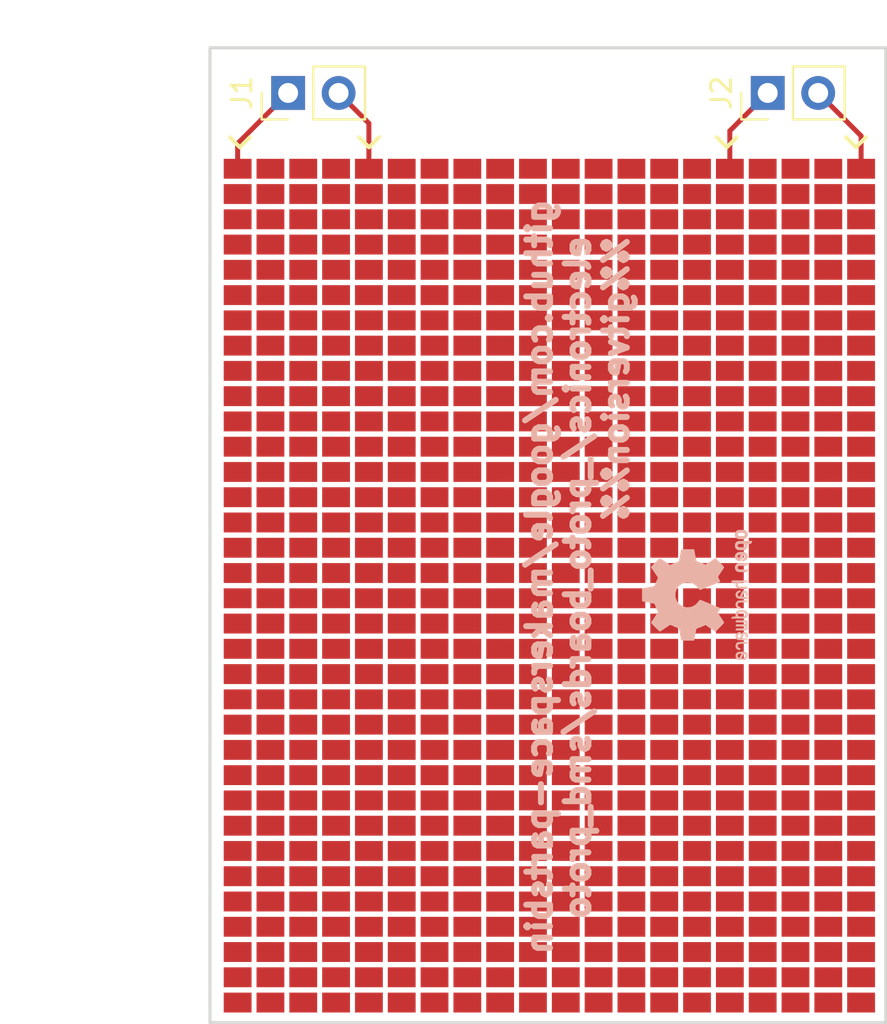
<source format=kicad_pcb>
(kicad_pcb (version 4) (host pcbnew 4.0.7)

  (general
    (links 4)
    (no_connects 0)
    (area 130.924999 94.924999 165.075001 144.075001)
    (thickness 1.6)
    (drawings 13)
    (tracks 8)
    (zones 0)
    (modules 9)
    (nets 5)
  )

  (page A4)
  (layers
    (0 F.Cu signal)
    (31 B.Cu signal)
    (32 B.Adhes user)
    (33 F.Adhes user)
    (34 B.Paste user)
    (35 F.Paste user)
    (36 B.SilkS user)
    (37 F.SilkS user)
    (38 B.Mask user)
    (39 F.Mask user)
    (40 Dwgs.User user)
    (41 Cmts.User user)
    (42 Eco1.User user)
    (43 Eco2.User user)
    (44 Edge.Cuts user)
    (45 Margin user)
    (46 B.CrtYd user)
    (47 F.CrtYd user)
    (48 B.Fab user)
    (49 F.Fab user)
  )

  (setup
    (last_trace_width 0.25)
    (trace_clearance 0.2)
    (zone_clearance 0.508)
    (zone_45_only no)
    (trace_min 0.2)
    (segment_width 0.2)
    (edge_width 0.15)
    (via_size 0.6)
    (via_drill 0.4)
    (via_min_size 0.4)
    (via_min_drill 0.3)
    (uvia_size 0.3)
    (uvia_drill 0.1)
    (uvias_allowed no)
    (uvia_min_size 0.2)
    (uvia_min_drill 0.1)
    (pcb_text_width 0.3)
    (pcb_text_size 1.5 1.5)
    (mod_edge_width 0.15)
    (mod_text_size 1 1)
    (mod_text_width 0.15)
    (pad_size 1.524 1.524)
    (pad_drill 0.762)
    (pad_to_mask_clearance 0.2)
    (aux_axis_origin 123.5 96)
    (grid_origin 123.5 96)
    (visible_elements FFFFFF7F)
    (pcbplotparams
      (layerselection 0x00030_80000001)
      (usegerberextensions false)
      (excludeedgelayer true)
      (linewidth 0.100000)
      (plotframeref false)
      (viasonmask false)
      (mode 1)
      (useauxorigin false)
      (hpglpennumber 1)
      (hpglpenspeed 20)
      (hpglpendiameter 15)
      (hpglpenoverlay 2)
      (psnegative false)
      (psa4output false)
      (plotreference true)
      (plotvalue true)
      (plotinvisibletext false)
      (padsonsilk false)
      (subtractmaskfromsilk false)
      (outputformat 1)
      (mirror false)
      (drillshape 1)
      (scaleselection 1)
      (outputdirectory ""))
  )

  (net 0 "")
  (net 1 "Net-(J1-Pad1)")
  (net 2 "Net-(J1-Pad2)")
  (net 3 "Net-(J2-Pad1)")
  (net 4 "Net-(J2-Pad2)")

  (net_class Default "This is the default net class."
    (clearance 0.2)
    (trace_width 0.25)
    (via_dia 0.6)
    (via_drill 0.4)
    (uvia_dia 0.3)
    (uvia_drill 0.1)
    (add_net "Net-(J1-Pad1)")
    (add_net "Net-(J1-Pad2)")
    (add_net "Net-(J2-Pad1)")
    (add_net "Net-(J2-Pad2)")
  )

  (module Pin_Headers:Pin_Header_Straight_1x02_Pitch2.54mm (layer F.Cu) (tedit 59650532) (tstamp 5A4D5D26)
    (at 134.93 97.27 90)
    (descr "Through hole straight pin header, 1x02, 2.54mm pitch, single row")
    (tags "Through hole pin header THT 1x02 2.54mm single row")
    (path /5A4D23DE)
    (fp_text reference J1 (at 0 -2.33 90) (layer F.SilkS)
      (effects (font (size 1 1) (thickness 0.15)))
    )
    (fp_text value Conn_01x02 (at 0 4.87 90) (layer F.Fab)
      (effects (font (size 1 1) (thickness 0.15)))
    )
    (fp_line (start -0.635 -1.27) (end 1.27 -1.27) (layer F.Fab) (width 0.1))
    (fp_line (start 1.27 -1.27) (end 1.27 3.81) (layer F.Fab) (width 0.1))
    (fp_line (start 1.27 3.81) (end -1.27 3.81) (layer F.Fab) (width 0.1))
    (fp_line (start -1.27 3.81) (end -1.27 -0.635) (layer F.Fab) (width 0.1))
    (fp_line (start -1.27 -0.635) (end -0.635 -1.27) (layer F.Fab) (width 0.1))
    (fp_line (start -1.33 3.87) (end 1.33 3.87) (layer F.SilkS) (width 0.12))
    (fp_line (start -1.33 1.27) (end -1.33 3.87) (layer F.SilkS) (width 0.12))
    (fp_line (start 1.33 1.27) (end 1.33 3.87) (layer F.SilkS) (width 0.12))
    (fp_line (start -1.33 1.27) (end 1.33 1.27) (layer F.SilkS) (width 0.12))
    (fp_line (start -1.33 0) (end -1.33 -1.33) (layer F.SilkS) (width 0.12))
    (fp_line (start -1.33 -1.33) (end 0 -1.33) (layer F.SilkS) (width 0.12))
    (fp_line (start -1.8 -1.8) (end -1.8 4.35) (layer F.CrtYd) (width 0.05))
    (fp_line (start -1.8 4.35) (end 1.8 4.35) (layer F.CrtYd) (width 0.05))
    (fp_line (start 1.8 4.35) (end 1.8 -1.8) (layer F.CrtYd) (width 0.05))
    (fp_line (start 1.8 -1.8) (end -1.8 -1.8) (layer F.CrtYd) (width 0.05))
    (fp_text user %R (at 0 1.27 180) (layer F.Fab)
      (effects (font (size 1 1) (thickness 0.15)))
    )
    (pad 1 thru_hole rect (at 0 0 90) (size 1.7 1.7) (drill 1) (layers *.Cu *.Mask)
      (net 1 "Net-(J1-Pad1)"))
    (pad 2 thru_hole oval (at 0 2.54 90) (size 1.7 1.7) (drill 1) (layers *.Cu *.Mask)
      (net 2 "Net-(J1-Pad2)"))
    (model ${KISYS3DMOD}/Pin_Headers.3dshapes/Pin_Header_Straight_1x02_Pitch2.54mm.wrl
      (at (xyz 0 0 0))
      (scale (xyz 1 1 1))
      (rotate (xyz 0 0 0))
    )
  )

  (module Pin_Headers:Pin_Header_Straight_1x02_Pitch2.54mm (layer F.Cu) (tedit 59650532) (tstamp 5A4D5D3C)
    (at 159.06 97.27 90)
    (descr "Through hole straight pin header, 1x02, 2.54mm pitch, single row")
    (tags "Through hole pin header THT 1x02 2.54mm single row")
    (path /5A4D246D)
    (fp_text reference J2 (at 0 -2.33 90) (layer F.SilkS)
      (effects (font (size 1 1) (thickness 0.15)))
    )
    (fp_text value Conn_01x02 (at 0 4.87 90) (layer F.Fab)
      (effects (font (size 1 1) (thickness 0.15)))
    )
    (fp_line (start -0.635 -1.27) (end 1.27 -1.27) (layer F.Fab) (width 0.1))
    (fp_line (start 1.27 -1.27) (end 1.27 3.81) (layer F.Fab) (width 0.1))
    (fp_line (start 1.27 3.81) (end -1.27 3.81) (layer F.Fab) (width 0.1))
    (fp_line (start -1.27 3.81) (end -1.27 -0.635) (layer F.Fab) (width 0.1))
    (fp_line (start -1.27 -0.635) (end -0.635 -1.27) (layer F.Fab) (width 0.1))
    (fp_line (start -1.33 3.87) (end 1.33 3.87) (layer F.SilkS) (width 0.12))
    (fp_line (start -1.33 1.27) (end -1.33 3.87) (layer F.SilkS) (width 0.12))
    (fp_line (start 1.33 1.27) (end 1.33 3.87) (layer F.SilkS) (width 0.12))
    (fp_line (start -1.33 1.27) (end 1.33 1.27) (layer F.SilkS) (width 0.12))
    (fp_line (start -1.33 0) (end -1.33 -1.33) (layer F.SilkS) (width 0.12))
    (fp_line (start -1.33 -1.33) (end 0 -1.33) (layer F.SilkS) (width 0.12))
    (fp_line (start -1.8 -1.8) (end -1.8 4.35) (layer F.CrtYd) (width 0.05))
    (fp_line (start -1.8 4.35) (end 1.8 4.35) (layer F.CrtYd) (width 0.05))
    (fp_line (start 1.8 4.35) (end 1.8 -1.8) (layer F.CrtYd) (width 0.05))
    (fp_line (start 1.8 -1.8) (end -1.8 -1.8) (layer F.CrtYd) (width 0.05))
    (fp_text user %R (at 0 1.27 180) (layer F.Fab)
      (effects (font (size 1 1) (thickness 0.15)))
    )
    (pad 1 thru_hole rect (at 0 0 90) (size 1.7 1.7) (drill 1) (layers *.Cu *.Mask)
      (net 3 "Net-(J2-Pad1)"))
    (pad 2 thru_hole oval (at 0 2.54 90) (size 1.7 1.7) (drill 1) (layers *.Cu *.Mask)
      (net 4 "Net-(J2-Pad2)"))
    (model ${KISYS3DMOD}/Pin_Headers.3dshapes/Pin_Header_Straight_1x02_Pitch2.54mm.wrl
      (at (xyz 0 0 0))
      (scale (xyz 1 1 1))
      (rotate (xyz 0 0 0))
    )
  )

  (module SMD_Pad_Strip:Strip_20 (layer F.Cu) (tedit 5A4D25F2) (tstamp 5A4D5D54)
    (at 132.39 101.08)
    (path /5A4D22F2)
    (fp_text reference J3 (at -3.302 0) (layer F.SilkS) hide
      (effects (font (size 1 1) (thickness 0.15)))
    )
    (fp_text value Conn_01x20 (at -4.953 0) (layer F.Fab)
      (effects (font (size 1 1) (thickness 0.15)))
    )
    (pad 1 smd rect (at 0 0) (size 1.4 1) (layers F.Cu F.Mask)
      (net 1 "Net-(J1-Pad1)"))
    (pad 2 smd rect (at 1.651 0) (size 1.4 1) (layers F.Cu F.Mask))
    (pad 3 smd rect (at 3.302 0) (size 1.4 1) (layers F.Cu F.Mask))
    (pad 4 smd rect (at 4.953 0) (size 1.4 1) (layers F.Cu F.Mask))
    (pad 5 smd rect (at 6.604 0) (size 1.4 1) (layers F.Cu F.Mask)
      (net 2 "Net-(J1-Pad2)"))
    (pad 6 smd rect (at 8.255 0) (size 1.4 1) (layers F.Cu F.Mask))
    (pad 7 smd rect (at 9.906 0) (size 1.4 1) (layers F.Cu F.Mask))
    (pad 8 smd rect (at 11.557 0) (size 1.4 1) (layers F.Cu F.Mask))
    (pad 9 smd rect (at 13.208 0) (size 1.4 1) (layers F.Cu F.Mask))
    (pad 10 smd rect (at 14.859 0) (size 1.4 1) (layers F.Cu F.Mask))
    (pad 11 smd rect (at 16.51 0) (size 1.4 1) (layers F.Cu F.Mask))
    (pad 12 smd rect (at 18.161 0) (size 1.4 1) (layers F.Cu F.Mask))
    (pad 13 smd rect (at 19.812 0) (size 1.4 1) (layers F.Cu F.Mask))
    (pad 14 smd rect (at 21.463 0) (size 1.4 1) (layers F.Cu F.Mask))
    (pad 15 smd rect (at 23.114 0) (size 1.4 1) (layers F.Cu F.Mask))
    (pad 16 smd rect (at 24.765 0) (size 1.4 1) (layers F.Cu F.Mask)
      (net 3 "Net-(J2-Pad1)"))
    (pad 17 smd rect (at 26.416 0) (size 1.4 1) (layers F.Cu F.Mask))
    (pad 18 smd rect (at 28.067 0) (size 1.4 1) (layers F.Cu F.Mask))
    (pad 19 smd rect (at 29.718 0) (size 1.4 1) (layers F.Cu F.Mask))
    (pad 20 smd rect (at 31.369 0) (size 1.4 1) (layers F.Cu F.Mask)
      (net 4 "Net-(J2-Pad2)"))
  )

  (module SMD_Pad_Strip:Strip_20x10_NC (layer F.Cu) (tedit 5A4D25F5) (tstamp 5A4D5E34)
    (at 132.39 102.35)
    (path /5A4D233F)
    (fp_text reference J4 (at -3.302 0) (layer F.SilkS) hide
      (effects (font (size 1 1) (thickness 0.15)))
    )
    (fp_text value Conn_01x20 (at -4.953 0) (layer F.Fab)
      (effects (font (thickness 0.15)))
    )
    (pad 0 smd rect (at 31.369 1.27) (size 1.4 1) (layers F.Cu F.Mask))
    (pad 0 smd rect (at 29.718 1.27) (size 1.4 1) (layers F.Cu F.Mask))
    (pad 0 smd rect (at 28.067 1.27) (size 1.4 1) (layers F.Cu F.Mask))
    (pad 0 smd rect (at 26.416 1.27) (size 1.4 1) (layers F.Cu F.Mask))
    (pad 0 smd rect (at 24.765 1.27) (size 1.4 1) (layers F.Cu F.Mask))
    (pad 0 smd rect (at 23.114 1.27) (size 1.4 1) (layers F.Cu F.Mask))
    (pad 0 smd rect (at 23.114 2.54) (size 1.4 1) (layers F.Cu F.Mask))
    (pad 0 smd rect (at 26.416 2.54) (size 1.4 1) (layers F.Cu F.Mask))
    (pad 0 smd rect (at 24.765 2.54) (size 1.4 1) (layers F.Cu F.Mask))
    (pad 0 smd rect (at 28.067 2.54) (size 1.4 1) (layers F.Cu F.Mask))
    (pad 0 smd rect (at 29.718 2.54) (size 1.4 1) (layers F.Cu F.Mask))
    (pad 0 smd rect (at 31.369 2.54) (size 1.4 1) (layers F.Cu F.Mask))
    (pad 0 smd rect (at 31.369 3.81) (size 1.4 1) (layers F.Cu F.Mask))
    (pad 0 smd rect (at 29.718 3.81) (size 1.4 1) (layers F.Cu F.Mask))
    (pad 0 smd rect (at 28.067 3.81) (size 1.4 1) (layers F.Cu F.Mask))
    (pad 0 smd rect (at 26.416 3.81) (size 1.4 1) (layers F.Cu F.Mask))
    (pad 0 smd rect (at 24.765 3.81) (size 1.4 1) (layers F.Cu F.Mask))
    (pad 0 smd rect (at 23.114 3.81) (size 1.4 1) (layers F.Cu F.Mask))
    (pad 0 smd rect (at 23.114 5.08) (size 1.4 1) (layers F.Cu F.Mask))
    (pad 0 smd rect (at 24.765 5.08) (size 1.4 1) (layers F.Cu F.Mask))
    (pad 0 smd rect (at 26.416 5.08) (size 1.4 1) (layers F.Cu F.Mask))
    (pad 0 smd rect (at 29.718 5.08) (size 1.4 1) (layers F.Cu F.Mask))
    (pad 0 smd rect (at 28.067 5.08) (size 1.4 1) (layers F.Cu F.Mask))
    (pad 0 smd rect (at 31.369 5.08) (size 1.4 1) (layers F.Cu F.Mask))
    (pad 0 smd rect (at 31.369 6.35) (size 1.4 1) (layers F.Cu F.Mask))
    (pad 0 smd rect (at 29.718 6.35) (size 1.4 1) (layers F.Cu F.Mask))
    (pad 0 smd rect (at 28.067 6.35) (size 1.4 1) (layers F.Cu F.Mask))
    (pad 0 smd rect (at 26.416 6.35) (size 1.4 1) (layers F.Cu F.Mask))
    (pad 0 smd rect (at 24.765 6.35) (size 1.4 1) (layers F.Cu F.Mask))
    (pad 0 smd rect (at 23.114 6.35) (size 1.4 1) (layers F.Cu F.Mask))
    (pad 0 smd rect (at 23.114 7.62) (size 1.4 1) (layers F.Cu F.Mask))
    (pad 0 smd rect (at 24.765 7.62) (size 1.4 1) (layers F.Cu F.Mask))
    (pad 0 smd rect (at 26.416 7.62) (size 1.4 1) (layers F.Cu F.Mask))
    (pad 0 smd rect (at 28.067 7.62) (size 1.4 1) (layers F.Cu F.Mask))
    (pad 0 smd rect (at 29.718 7.62) (size 1.4 1) (layers F.Cu F.Mask))
    (pad 0 smd rect (at 31.369 7.62) (size 1.4 1) (layers F.Cu F.Mask))
    (pad 0 smd rect (at 31.369 8.89) (size 1.4 1) (layers F.Cu F.Mask))
    (pad 0 smd rect (at 31.369 10.16) (size 1.4 1) (layers F.Cu F.Mask))
    (pad 0 smd rect (at 31.369 11.43) (size 1.4 1) (layers F.Cu F.Mask))
    (pad 0 smd rect (at 31.369 12.7) (size 1.4 1) (layers F.Cu F.Mask))
    (pad 0 smd rect (at 29.718 12.7) (size 1.4 1) (layers F.Cu F.Mask))
    (pad 0 smd rect (at 29.718 11.43) (size 1.4 1) (layers F.Cu F.Mask))
    (pad 0 smd rect (at 29.718 10.16) (size 1.4 1) (layers F.Cu F.Mask))
    (pad 0 smd rect (at 29.718 8.89) (size 1.4 1) (layers F.Cu F.Mask))
    (pad 0 smd rect (at 28.067 8.89) (size 1.4 1) (layers F.Cu F.Mask))
    (pad 0 smd rect (at 28.067 10.16) (size 1.4 1) (layers F.Cu F.Mask))
    (pad 0 smd rect (at 28.067 12.7) (size 1.4 1) (layers F.Cu F.Mask))
    (pad 0 smd rect (at 28.067 11.43) (size 1.4 1) (layers F.Cu F.Mask))
    (pad 0 smd rect (at 26.416 11.43) (size 1.4 1) (layers F.Cu F.Mask))
    (pad 0 smd rect (at 26.416 8.89) (size 1.4 1) (layers F.Cu F.Mask))
    (pad 0 smd rect (at 26.416 10.16) (size 1.4 1) (layers F.Cu F.Mask))
    (pad 0 smd rect (at 26.416 12.7) (size 1.4 1) (layers F.Cu F.Mask))
    (pad 0 smd rect (at 24.765 12.7) (size 1.4 1) (layers F.Cu F.Mask))
    (pad 0 smd rect (at 24.765 11.43) (size 1.4 1) (layers F.Cu F.Mask))
    (pad 0 smd rect (at 24.765 10.16) (size 1.4 1) (layers F.Cu F.Mask))
    (pad 0 smd rect (at 24.765 8.89) (size 1.4 1) (layers F.Cu F.Mask))
    (pad 0 smd rect (at 23.114 8.89) (size 1.4 1) (layers F.Cu F.Mask))
    (pad 0 smd rect (at 23.114 10.16) (size 1.4 1) (layers F.Cu F.Mask))
    (pad 0 smd rect (at 23.114 11.43) (size 1.4 1) (layers F.Cu F.Mask))
    (pad 0 smd rect (at 23.114 12.7) (size 1.4 1) (layers F.Cu F.Mask))
    (pad 0 smd rect (at 21.463 12.7) (size 1.4 1) (layers F.Cu F.Mask))
    (pad 0 smd rect (at 21.463 11.43) (size 1.4 1) (layers F.Cu F.Mask))
    (pad 0 smd rect (at 21.463 10.16) (size 1.4 1) (layers F.Cu F.Mask))
    (pad 0 smd rect (at 21.463 8.89) (size 1.4 1) (layers F.Cu F.Mask))
    (pad 0 smd rect (at 21.463 7.62) (size 1.4 1) (layers F.Cu F.Mask))
    (pad 0 smd rect (at 21.463 6.35) (size 1.4 1) (layers F.Cu F.Mask))
    (pad 0 smd rect (at 21.463 5.08) (size 1.4 1) (layers F.Cu F.Mask))
    (pad 0 smd rect (at 21.463 3.81) (size 1.4 1) (layers F.Cu F.Mask))
    (pad 0 smd rect (at 21.463 2.54) (size 1.4 1) (layers F.Cu F.Mask))
    (pad 0 smd rect (at 21.463 1.27) (size 1.4 1) (layers F.Cu F.Mask))
    (pad 0 smd rect (at 19.812 1.27) (size 1.4 1) (layers F.Cu F.Mask))
    (pad 0 smd rect (at 19.812 2.54) (size 1.4 1) (layers F.Cu F.Mask))
    (pad 0 smd rect (at 19.812 3.81) (size 1.4 1) (layers F.Cu F.Mask))
    (pad 0 smd rect (at 19.812 5.08) (size 1.4 1) (layers F.Cu F.Mask))
    (pad 0 smd rect (at 19.812 6.35) (size 1.4 1) (layers F.Cu F.Mask))
    (pad 0 smd rect (at 19.812 7.62) (size 1.4 1) (layers F.Cu F.Mask))
    (pad 0 smd rect (at 19.812 8.89) (size 1.4 1) (layers F.Cu F.Mask))
    (pad 0 smd rect (at 19.812 10.16) (size 1.4 1) (layers F.Cu F.Mask))
    (pad 0 smd rect (at 19.812 11.43) (size 1.4 1) (layers F.Cu F.Mask))
    (pad 0 smd rect (at 19.812 12.7) (size 1.4 1) (layers F.Cu F.Mask))
    (pad 0 smd rect (at 18.161 12.7) (size 1.4 1) (layers F.Cu F.Mask))
    (pad 0 smd rect (at 18.161 11.43) (size 1.4 1) (layers F.Cu F.Mask))
    (pad 0 smd rect (at 18.161 10.16) (size 1.4 1) (layers F.Cu F.Mask))
    (pad 0 smd rect (at 18.161 8.89) (size 1.4 1) (layers F.Cu F.Mask))
    (pad 0 smd rect (at 18.161 7.62) (size 1.4 1) (layers F.Cu F.Mask))
    (pad 0 smd rect (at 18.161 6.35) (size 1.4 1) (layers F.Cu F.Mask))
    (pad 0 smd rect (at 18.161 5.08) (size 1.4 1) (layers F.Cu F.Mask))
    (pad 0 smd rect (at 18.161 3.81) (size 1.4 1) (layers F.Cu F.Mask))
    (pad 0 smd rect (at 18.161 2.54) (size 1.4 1) (layers F.Cu F.Mask))
    (pad 0 smd rect (at 18.161 1.27) (size 1.4 1) (layers F.Cu F.Mask))
    (pad 0 smd rect (at 16.51 1.27) (size 1.4 1) (layers F.Cu F.Mask))
    (pad 0 smd rect (at 14.859 1.27) (size 1.4 1) (layers F.Cu F.Mask))
    (pad 0 smd rect (at 13.208 1.27) (size 1.4 1) (layers F.Cu F.Mask))
    (pad 0 smd rect (at 11.557 1.27) (size 1.4 1) (layers F.Cu F.Mask))
    (pad 0 smd rect (at 9.906 1.27) (size 1.4 1) (layers F.Cu F.Mask))
    (pad 0 smd rect (at 8.255 1.27) (size 1.4 1) (layers F.Cu F.Mask))
    (pad 0 smd rect (at 8.255 2.54) (size 1.4 1) (layers F.Cu F.Mask))
    (pad 0 smd rect (at 11.557 2.54) (size 1.4 1) (layers F.Cu F.Mask))
    (pad 0 smd rect (at 9.906 2.54) (size 1.4 1) (layers F.Cu F.Mask))
    (pad 0 smd rect (at 13.208 2.54) (size 1.4 1) (layers F.Cu F.Mask))
    (pad 0 smd rect (at 14.859 2.54) (size 1.4 1) (layers F.Cu F.Mask))
    (pad 0 smd rect (at 16.51 2.54) (size 1.4 1) (layers F.Cu F.Mask))
    (pad 0 smd rect (at 16.51 3.81) (size 1.4 1) (layers F.Cu F.Mask))
    (pad 0 smd rect (at 14.859 3.81) (size 1.4 1) (layers F.Cu F.Mask))
    (pad 0 smd rect (at 13.208 3.81) (size 1.4 1) (layers F.Cu F.Mask))
    (pad 0 smd rect (at 11.557 3.81) (size 1.4 1) (layers F.Cu F.Mask))
    (pad 0 smd rect (at 9.906 3.81) (size 1.4 1) (layers F.Cu F.Mask))
    (pad 0 smd rect (at 8.255 3.81) (size 1.4 1) (layers F.Cu F.Mask))
    (pad 0 smd rect (at 8.255 5.08) (size 1.4 1) (layers F.Cu F.Mask))
    (pad 0 smd rect (at 9.906 5.08) (size 1.4 1) (layers F.Cu F.Mask))
    (pad 0 smd rect (at 11.557 5.08) (size 1.4 1) (layers F.Cu F.Mask))
    (pad 0 smd rect (at 14.859 5.08) (size 1.4 1) (layers F.Cu F.Mask))
    (pad 0 smd rect (at 13.208 5.08) (size 1.4 1) (layers F.Cu F.Mask))
    (pad 0 smd rect (at 16.51 5.08) (size 1.4 1) (layers F.Cu F.Mask))
    (pad 0 smd rect (at 16.51 6.35) (size 1.4 1) (layers F.Cu F.Mask))
    (pad 0 smd rect (at 14.859 6.35) (size 1.4 1) (layers F.Cu F.Mask))
    (pad 0 smd rect (at 13.208 6.35) (size 1.4 1) (layers F.Cu F.Mask))
    (pad 0 smd rect (at 11.557 6.35) (size 1.4 1) (layers F.Cu F.Mask))
    (pad 0 smd rect (at 9.906 6.35) (size 1.4 1) (layers F.Cu F.Mask))
    (pad 0 smd rect (at 8.255 6.35) (size 1.4 1) (layers F.Cu F.Mask))
    (pad 0 smd rect (at 8.255 7.62) (size 1.4 1) (layers F.Cu F.Mask))
    (pad 0 smd rect (at 9.906 7.62) (size 1.4 1) (layers F.Cu F.Mask))
    (pad 0 smd rect (at 11.557 7.62) (size 1.4 1) (layers F.Cu F.Mask))
    (pad 0 smd rect (at 13.208 7.62) (size 1.4 1) (layers F.Cu F.Mask))
    (pad 0 smd rect (at 14.859 7.62) (size 1.4 1) (layers F.Cu F.Mask))
    (pad 0 smd rect (at 16.51 7.62) (size 1.4 1) (layers F.Cu F.Mask))
    (pad 0 smd rect (at 16.51 8.89) (size 1.4 1) (layers F.Cu F.Mask))
    (pad 0 smd rect (at 16.51 10.16) (size 1.4 1) (layers F.Cu F.Mask))
    (pad 0 smd rect (at 16.51 11.43) (size 1.4 1) (layers F.Cu F.Mask))
    (pad 0 smd rect (at 16.51 12.7) (size 1.4 1) (layers F.Cu F.Mask))
    (pad 0 smd rect (at 14.859 12.7) (size 1.4 1) (layers F.Cu F.Mask))
    (pad 0 smd rect (at 14.859 11.43) (size 1.4 1) (layers F.Cu F.Mask))
    (pad 0 smd rect (at 14.859 10.16) (size 1.4 1) (layers F.Cu F.Mask))
    (pad 0 smd rect (at 14.859 8.89) (size 1.4 1) (layers F.Cu F.Mask))
    (pad 0 smd rect (at 13.208 8.89) (size 1.4 1) (layers F.Cu F.Mask))
    (pad 0 smd rect (at 13.208 10.16) (size 1.4 1) (layers F.Cu F.Mask))
    (pad 0 smd rect (at 13.208 12.7) (size 1.4 1) (layers F.Cu F.Mask))
    (pad 0 smd rect (at 13.208 11.43) (size 1.4 1) (layers F.Cu F.Mask))
    (pad 0 smd rect (at 11.557 11.43) (size 1.4 1) (layers F.Cu F.Mask))
    (pad 0 smd rect (at 11.557 8.89) (size 1.4 1) (layers F.Cu F.Mask))
    (pad 0 smd rect (at 11.557 10.16) (size 1.4 1) (layers F.Cu F.Mask))
    (pad 0 smd rect (at 11.557 12.7) (size 1.4 1) (layers F.Cu F.Mask))
    (pad 0 smd rect (at 9.906 12.7) (size 1.4 1) (layers F.Cu F.Mask))
    (pad 0 smd rect (at 9.906 11.43) (size 1.4 1) (layers F.Cu F.Mask))
    (pad 0 smd rect (at 9.906 10.16) (size 1.4 1) (layers F.Cu F.Mask))
    (pad 0 smd rect (at 9.906 8.89) (size 1.4 1) (layers F.Cu F.Mask))
    (pad 0 smd rect (at 8.255 8.89) (size 1.4 1) (layers F.Cu F.Mask))
    (pad 0 smd rect (at 8.255 10.16) (size 1.4 1) (layers F.Cu F.Mask))
    (pad 0 smd rect (at 8.255 11.43) (size 1.4 1) (layers F.Cu F.Mask))
    (pad 0 smd rect (at 8.255 12.7) (size 1.4 1) (layers F.Cu F.Mask))
    (pad 0 smd rect (at 0 0) (size 1.4 1) (layers F.Cu F.Mask))
    (pad 0 smd rect (at 1.651 0) (size 1.4 1) (layers F.Cu F.Mask))
    (pad 0 smd rect (at 3.302 0) (size 1.4 1) (layers F.Cu F.Mask))
    (pad 0 smd rect (at 4.953 0) (size 1.4 1) (layers F.Cu F.Mask))
    (pad 0 smd rect (at 6.604 0) (size 1.4 1) (layers F.Cu F.Mask))
    (pad 0 smd rect (at 8.255 0) (size 1.4 1) (layers F.Cu F.Mask))
    (pad 0 smd rect (at 9.906 0) (size 1.4 1) (layers F.Cu F.Mask))
    (pad 0 smd rect (at 11.557 0) (size 1.4 1) (layers F.Cu F.Mask))
    (pad 0 smd rect (at 13.208 0) (size 1.4 1) (layers F.Cu F.Mask))
    (pad 0 smd rect (at 14.859 0) (size 1.4 1) (layers F.Cu F.Mask))
    (pad 0 smd rect (at 16.51 0) (size 1.4 1) (layers F.Cu F.Mask))
    (pad 0 smd rect (at 18.161 0) (size 1.4 1) (layers F.Cu F.Mask))
    (pad 0 smd rect (at 19.812 0) (size 1.4 1) (layers F.Cu F.Mask))
    (pad 0 smd rect (at 21.463 0) (size 1.4 1) (layers F.Cu F.Mask))
    (pad 0 smd rect (at 23.114 0) (size 1.4 1) (layers F.Cu F.Mask))
    (pad 0 smd rect (at 24.765 0) (size 1.4 1) (layers F.Cu F.Mask))
    (pad 0 smd rect (at 26.416 0) (size 1.4 1) (layers F.Cu F.Mask))
    (pad 0 smd rect (at 28.067 0) (size 1.4 1) (layers F.Cu F.Mask))
    (pad 0 smd rect (at 29.718 0) (size 1.4 1) (layers F.Cu F.Mask))
    (pad 0 smd rect (at 31.369 0) (size 1.4 1) (layers F.Cu F.Mask))
    (pad 0 smd rect (at 0 1.27) (size 1.4 1) (layers F.Cu F.Mask))
    (pad 0 smd rect (at 0 2.54) (size 1.4 1) (layers F.Cu F.Mask))
    (pad 0 smd rect (at 0 3.81) (size 1.4 1) (layers F.Cu F.Mask))
    (pad 0 smd rect (at 0 5.08) (size 1.4 1) (layers F.Cu F.Mask))
    (pad 0 smd rect (at 0 6.35) (size 1.4 1) (layers F.Cu F.Mask))
    (pad 0 smd rect (at 0 7.62) (size 1.4 1) (layers F.Cu F.Mask))
    (pad 0 smd rect (at 0 8.89) (size 1.4 1) (layers F.Cu F.Mask))
    (pad 0 smd rect (at 0 10.16) (size 1.4 1) (layers F.Cu F.Mask))
    (pad 0 smd rect (at 0 11.43) (size 1.4 1) (layers F.Cu F.Mask))
    (pad 0 smd rect (at 0 12.7) (size 1.4 1) (layers F.Cu F.Mask))
    (pad 0 smd rect (at 1.651 12.7) (size 1.4 1) (layers F.Cu F.Mask))
    (pad 0 smd rect (at 1.651 11.43) (size 1.4 1) (layers F.Cu F.Mask))
    (pad 0 smd rect (at 1.651 10.16) (size 1.4 1) (layers F.Cu F.Mask))
    (pad 0 smd rect (at 1.651 8.89) (size 1.4 1) (layers F.Cu F.Mask))
    (pad 0 smd rect (at 1.651 7.62) (size 1.4 1) (layers F.Cu F.Mask))
    (pad 0 smd rect (at 1.651 6.35) (size 1.4 1) (layers F.Cu F.Mask))
    (pad 0 smd rect (at 1.651 5.08) (size 1.4 1) (layers F.Cu F.Mask))
    (pad 0 smd rect (at 1.651 3.81) (size 1.4 1) (layers F.Cu F.Mask))
    (pad 0 smd rect (at 1.651 2.54) (size 1.4 1) (layers F.Cu F.Mask))
    (pad 0 smd rect (at 1.651 1.27) (size 1.4 1) (layers F.Cu F.Mask))
    (pad 0 smd rect (at 3.302 1.27) (size 1.4 1) (layers F.Cu F.Mask))
    (pad 0 smd rect (at 3.302 2.54) (size 1.4 1) (layers F.Cu F.Mask))
    (pad 0 smd rect (at 3.302 3.81) (size 1.4 1) (layers F.Cu F.Mask))
    (pad 0 smd rect (at 3.302 5.08) (size 1.4 1) (layers F.Cu F.Mask))
    (pad 0 smd rect (at 3.302 6.35) (size 1.4 1) (layers F.Cu F.Mask))
    (pad 0 smd rect (at 3.302 7.62) (size 1.4 1) (layers F.Cu F.Mask))
    (pad 0 smd rect (at 3.302 8.89) (size 1.4 1) (layers F.Cu F.Mask))
    (pad 0 smd rect (at 3.302 10.16) (size 1.4 1) (layers F.Cu F.Mask))
    (pad 0 smd rect (at 3.302 11.43) (size 1.4 1) (layers F.Cu F.Mask))
    (pad 0 smd rect (at 3.302 12.7) (size 1.4 1) (layers F.Cu F.Mask))
    (pad 0 smd rect (at 4.953 12.7) (size 1.4 1) (layers F.Cu F.Mask))
    (pad 0 smd rect (at 4.953 11.43) (size 1.4 1) (layers F.Cu F.Mask))
    (pad 0 smd rect (at 4.953 10.16) (size 1.4 1) (layers F.Cu F.Mask))
    (pad 0 smd rect (at 4.953 8.89) (size 1.4 1) (layers F.Cu F.Mask))
    (pad 0 smd rect (at 4.953 7.62) (size 1.4 1) (layers F.Cu F.Mask))
    (pad 0 smd rect (at 4.953 6.35) (size 1.4 1) (layers F.Cu F.Mask))
    (pad 0 smd rect (at 4.953 5.08) (size 1.4 1) (layers F.Cu F.Mask))
    (pad 0 smd rect (at 4.953 3.81) (size 1.4 1) (layers F.Cu F.Mask))
    (pad 0 smd rect (at 4.953 2.54) (size 1.4 1) (layers F.Cu F.Mask))
    (pad 0 smd rect (at 4.953 1.27) (size 1.4 1) (layers F.Cu F.Mask))
    (pad 0 smd rect (at 6.604 1.27) (size 1.4 1) (layers F.Cu F.Mask))
    (pad 0 smd rect (at 6.604 2.54) (size 1.4 1) (layers F.Cu F.Mask))
    (pad 0 smd rect (at 6.604 3.81) (size 1.4 1) (layers F.Cu F.Mask))
    (pad 0 smd rect (at 6.604 5.08) (size 1.4 1) (layers F.Cu F.Mask))
    (pad 0 smd rect (at 6.604 6.35) (size 1.4 1) (layers F.Cu F.Mask))
    (pad 0 smd rect (at 6.604 7.62) (size 1.4 1) (layers F.Cu F.Mask))
    (pad 0 smd rect (at 6.604 8.89) (size 1.4 1) (layers F.Cu F.Mask))
    (pad 0 smd rect (at 6.604 10.16) (size 1.4 1) (layers F.Cu F.Mask))
    (pad 0 smd rect (at 6.604 11.43) (size 1.4 1) (layers F.Cu F.Mask))
    (pad 0 smd rect (at 6.604 12.7) (size 1.4 1) (layers F.Cu F.Mask))
  )

  (module SMD_Pad_Strip:Strip_20x10_NC (layer F.Cu) (tedit 5A4D25FE) (tstamp 5A4D5F14)
    (at 132.39 130.29)
    (path /5A4D2363)
    (fp_text reference J5 (at -3.302 0) (layer F.SilkS) hide
      (effects (font (size 1 1) (thickness 0.15)))
    )
    (fp_text value Conn_01x20 (at -4.953 0) (layer F.Fab)
      (effects (font (thickness 0.15)))
    )
    (pad 0 smd rect (at 31.369 1.27) (size 1.4 1) (layers F.Cu F.Mask))
    (pad 0 smd rect (at 29.718 1.27) (size 1.4 1) (layers F.Cu F.Mask))
    (pad 0 smd rect (at 28.067 1.27) (size 1.4 1) (layers F.Cu F.Mask))
    (pad 0 smd rect (at 26.416 1.27) (size 1.4 1) (layers F.Cu F.Mask))
    (pad 0 smd rect (at 24.765 1.27) (size 1.4 1) (layers F.Cu F.Mask))
    (pad 0 smd rect (at 23.114 1.27) (size 1.4 1) (layers F.Cu F.Mask))
    (pad 0 smd rect (at 23.114 2.54) (size 1.4 1) (layers F.Cu F.Mask))
    (pad 0 smd rect (at 26.416 2.54) (size 1.4 1) (layers F.Cu F.Mask))
    (pad 0 smd rect (at 24.765 2.54) (size 1.4 1) (layers F.Cu F.Mask))
    (pad 0 smd rect (at 28.067 2.54) (size 1.4 1) (layers F.Cu F.Mask))
    (pad 0 smd rect (at 29.718 2.54) (size 1.4 1) (layers F.Cu F.Mask))
    (pad 0 smd rect (at 31.369 2.54) (size 1.4 1) (layers F.Cu F.Mask))
    (pad 0 smd rect (at 31.369 3.81) (size 1.4 1) (layers F.Cu F.Mask))
    (pad 0 smd rect (at 29.718 3.81) (size 1.4 1) (layers F.Cu F.Mask))
    (pad 0 smd rect (at 28.067 3.81) (size 1.4 1) (layers F.Cu F.Mask))
    (pad 0 smd rect (at 26.416 3.81) (size 1.4 1) (layers F.Cu F.Mask))
    (pad 0 smd rect (at 24.765 3.81) (size 1.4 1) (layers F.Cu F.Mask))
    (pad 0 smd rect (at 23.114 3.81) (size 1.4 1) (layers F.Cu F.Mask))
    (pad 0 smd rect (at 23.114 5.08) (size 1.4 1) (layers F.Cu F.Mask))
    (pad 0 smd rect (at 24.765 5.08) (size 1.4 1) (layers F.Cu F.Mask))
    (pad 0 smd rect (at 26.416 5.08) (size 1.4 1) (layers F.Cu F.Mask))
    (pad 0 smd rect (at 29.718 5.08) (size 1.4 1) (layers F.Cu F.Mask))
    (pad 0 smd rect (at 28.067 5.08) (size 1.4 1) (layers F.Cu F.Mask))
    (pad 0 smd rect (at 31.369 5.08) (size 1.4 1) (layers F.Cu F.Mask))
    (pad 0 smd rect (at 31.369 6.35) (size 1.4 1) (layers F.Cu F.Mask))
    (pad 0 smd rect (at 29.718 6.35) (size 1.4 1) (layers F.Cu F.Mask))
    (pad 0 smd rect (at 28.067 6.35) (size 1.4 1) (layers F.Cu F.Mask))
    (pad 0 smd rect (at 26.416 6.35) (size 1.4 1) (layers F.Cu F.Mask))
    (pad 0 smd rect (at 24.765 6.35) (size 1.4 1) (layers F.Cu F.Mask))
    (pad 0 smd rect (at 23.114 6.35) (size 1.4 1) (layers F.Cu F.Mask))
    (pad 0 smd rect (at 23.114 7.62) (size 1.4 1) (layers F.Cu F.Mask))
    (pad 0 smd rect (at 24.765 7.62) (size 1.4 1) (layers F.Cu F.Mask))
    (pad 0 smd rect (at 26.416 7.62) (size 1.4 1) (layers F.Cu F.Mask))
    (pad 0 smd rect (at 28.067 7.62) (size 1.4 1) (layers F.Cu F.Mask))
    (pad 0 smd rect (at 29.718 7.62) (size 1.4 1) (layers F.Cu F.Mask))
    (pad 0 smd rect (at 31.369 7.62) (size 1.4 1) (layers F.Cu F.Mask))
    (pad 0 smd rect (at 31.369 8.89) (size 1.4 1) (layers F.Cu F.Mask))
    (pad 0 smd rect (at 31.369 10.16) (size 1.4 1) (layers F.Cu F.Mask))
    (pad 0 smd rect (at 31.369 11.43) (size 1.4 1) (layers F.Cu F.Mask))
    (pad 0 smd rect (at 31.369 12.7) (size 1.4 1) (layers F.Cu F.Mask))
    (pad 0 smd rect (at 29.718 12.7) (size 1.4 1) (layers F.Cu F.Mask))
    (pad 0 smd rect (at 29.718 11.43) (size 1.4 1) (layers F.Cu F.Mask))
    (pad 0 smd rect (at 29.718 10.16) (size 1.4 1) (layers F.Cu F.Mask))
    (pad 0 smd rect (at 29.718 8.89) (size 1.4 1) (layers F.Cu F.Mask))
    (pad 0 smd rect (at 28.067 8.89) (size 1.4 1) (layers F.Cu F.Mask))
    (pad 0 smd rect (at 28.067 10.16) (size 1.4 1) (layers F.Cu F.Mask))
    (pad 0 smd rect (at 28.067 12.7) (size 1.4 1) (layers F.Cu F.Mask))
    (pad 0 smd rect (at 28.067 11.43) (size 1.4 1) (layers F.Cu F.Mask))
    (pad 0 smd rect (at 26.416 11.43) (size 1.4 1) (layers F.Cu F.Mask))
    (pad 0 smd rect (at 26.416 8.89) (size 1.4 1) (layers F.Cu F.Mask))
    (pad 0 smd rect (at 26.416 10.16) (size 1.4 1) (layers F.Cu F.Mask))
    (pad 0 smd rect (at 26.416 12.7) (size 1.4 1) (layers F.Cu F.Mask))
    (pad 0 smd rect (at 24.765 12.7) (size 1.4 1) (layers F.Cu F.Mask))
    (pad 0 smd rect (at 24.765 11.43) (size 1.4 1) (layers F.Cu F.Mask))
    (pad 0 smd rect (at 24.765 10.16) (size 1.4 1) (layers F.Cu F.Mask))
    (pad 0 smd rect (at 24.765 8.89) (size 1.4 1) (layers F.Cu F.Mask))
    (pad 0 smd rect (at 23.114 8.89) (size 1.4 1) (layers F.Cu F.Mask))
    (pad 0 smd rect (at 23.114 10.16) (size 1.4 1) (layers F.Cu F.Mask))
    (pad 0 smd rect (at 23.114 11.43) (size 1.4 1) (layers F.Cu F.Mask))
    (pad 0 smd rect (at 23.114 12.7) (size 1.4 1) (layers F.Cu F.Mask))
    (pad 0 smd rect (at 21.463 12.7) (size 1.4 1) (layers F.Cu F.Mask))
    (pad 0 smd rect (at 21.463 11.43) (size 1.4 1) (layers F.Cu F.Mask))
    (pad 0 smd rect (at 21.463 10.16) (size 1.4 1) (layers F.Cu F.Mask))
    (pad 0 smd rect (at 21.463 8.89) (size 1.4 1) (layers F.Cu F.Mask))
    (pad 0 smd rect (at 21.463 7.62) (size 1.4 1) (layers F.Cu F.Mask))
    (pad 0 smd rect (at 21.463 6.35) (size 1.4 1) (layers F.Cu F.Mask))
    (pad 0 smd rect (at 21.463 5.08) (size 1.4 1) (layers F.Cu F.Mask))
    (pad 0 smd rect (at 21.463 3.81) (size 1.4 1) (layers F.Cu F.Mask))
    (pad 0 smd rect (at 21.463 2.54) (size 1.4 1) (layers F.Cu F.Mask))
    (pad 0 smd rect (at 21.463 1.27) (size 1.4 1) (layers F.Cu F.Mask))
    (pad 0 smd rect (at 19.812 1.27) (size 1.4 1) (layers F.Cu F.Mask))
    (pad 0 smd rect (at 19.812 2.54) (size 1.4 1) (layers F.Cu F.Mask))
    (pad 0 smd rect (at 19.812 3.81) (size 1.4 1) (layers F.Cu F.Mask))
    (pad 0 smd rect (at 19.812 5.08) (size 1.4 1) (layers F.Cu F.Mask))
    (pad 0 smd rect (at 19.812 6.35) (size 1.4 1) (layers F.Cu F.Mask))
    (pad 0 smd rect (at 19.812 7.62) (size 1.4 1) (layers F.Cu F.Mask))
    (pad 0 smd rect (at 19.812 8.89) (size 1.4 1) (layers F.Cu F.Mask))
    (pad 0 smd rect (at 19.812 10.16) (size 1.4 1) (layers F.Cu F.Mask))
    (pad 0 smd rect (at 19.812 11.43) (size 1.4 1) (layers F.Cu F.Mask))
    (pad 0 smd rect (at 19.812 12.7) (size 1.4 1) (layers F.Cu F.Mask))
    (pad 0 smd rect (at 18.161 12.7) (size 1.4 1) (layers F.Cu F.Mask))
    (pad 0 smd rect (at 18.161 11.43) (size 1.4 1) (layers F.Cu F.Mask))
    (pad 0 smd rect (at 18.161 10.16) (size 1.4 1) (layers F.Cu F.Mask))
    (pad 0 smd rect (at 18.161 8.89) (size 1.4 1) (layers F.Cu F.Mask))
    (pad 0 smd rect (at 18.161 7.62) (size 1.4 1) (layers F.Cu F.Mask))
    (pad 0 smd rect (at 18.161 6.35) (size 1.4 1) (layers F.Cu F.Mask))
    (pad 0 smd rect (at 18.161 5.08) (size 1.4 1) (layers F.Cu F.Mask))
    (pad 0 smd rect (at 18.161 3.81) (size 1.4 1) (layers F.Cu F.Mask))
    (pad 0 smd rect (at 18.161 2.54) (size 1.4 1) (layers F.Cu F.Mask))
    (pad 0 smd rect (at 18.161 1.27) (size 1.4 1) (layers F.Cu F.Mask))
    (pad 0 smd rect (at 16.51 1.27) (size 1.4 1) (layers F.Cu F.Mask))
    (pad 0 smd rect (at 14.859 1.27) (size 1.4 1) (layers F.Cu F.Mask))
    (pad 0 smd rect (at 13.208 1.27) (size 1.4 1) (layers F.Cu F.Mask))
    (pad 0 smd rect (at 11.557 1.27) (size 1.4 1) (layers F.Cu F.Mask))
    (pad 0 smd rect (at 9.906 1.27) (size 1.4 1) (layers F.Cu F.Mask))
    (pad 0 smd rect (at 8.255 1.27) (size 1.4 1) (layers F.Cu F.Mask))
    (pad 0 smd rect (at 8.255 2.54) (size 1.4 1) (layers F.Cu F.Mask))
    (pad 0 smd rect (at 11.557 2.54) (size 1.4 1) (layers F.Cu F.Mask))
    (pad 0 smd rect (at 9.906 2.54) (size 1.4 1) (layers F.Cu F.Mask))
    (pad 0 smd rect (at 13.208 2.54) (size 1.4 1) (layers F.Cu F.Mask))
    (pad 0 smd rect (at 14.859 2.54) (size 1.4 1) (layers F.Cu F.Mask))
    (pad 0 smd rect (at 16.51 2.54) (size 1.4 1) (layers F.Cu F.Mask))
    (pad 0 smd rect (at 16.51 3.81) (size 1.4 1) (layers F.Cu F.Mask))
    (pad 0 smd rect (at 14.859 3.81) (size 1.4 1) (layers F.Cu F.Mask))
    (pad 0 smd rect (at 13.208 3.81) (size 1.4 1) (layers F.Cu F.Mask))
    (pad 0 smd rect (at 11.557 3.81) (size 1.4 1) (layers F.Cu F.Mask))
    (pad 0 smd rect (at 9.906 3.81) (size 1.4 1) (layers F.Cu F.Mask))
    (pad 0 smd rect (at 8.255 3.81) (size 1.4 1) (layers F.Cu F.Mask))
    (pad 0 smd rect (at 8.255 5.08) (size 1.4 1) (layers F.Cu F.Mask))
    (pad 0 smd rect (at 9.906 5.08) (size 1.4 1) (layers F.Cu F.Mask))
    (pad 0 smd rect (at 11.557 5.08) (size 1.4 1) (layers F.Cu F.Mask))
    (pad 0 smd rect (at 14.859 5.08) (size 1.4 1) (layers F.Cu F.Mask))
    (pad 0 smd rect (at 13.208 5.08) (size 1.4 1) (layers F.Cu F.Mask))
    (pad 0 smd rect (at 16.51 5.08) (size 1.4 1) (layers F.Cu F.Mask))
    (pad 0 smd rect (at 16.51 6.35) (size 1.4 1) (layers F.Cu F.Mask))
    (pad 0 smd rect (at 14.859 6.35) (size 1.4 1) (layers F.Cu F.Mask))
    (pad 0 smd rect (at 13.208 6.35) (size 1.4 1) (layers F.Cu F.Mask))
    (pad 0 smd rect (at 11.557 6.35) (size 1.4 1) (layers F.Cu F.Mask))
    (pad 0 smd rect (at 9.906 6.35) (size 1.4 1) (layers F.Cu F.Mask))
    (pad 0 smd rect (at 8.255 6.35) (size 1.4 1) (layers F.Cu F.Mask))
    (pad 0 smd rect (at 8.255 7.62) (size 1.4 1) (layers F.Cu F.Mask))
    (pad 0 smd rect (at 9.906 7.62) (size 1.4 1) (layers F.Cu F.Mask))
    (pad 0 smd rect (at 11.557 7.62) (size 1.4 1) (layers F.Cu F.Mask))
    (pad 0 smd rect (at 13.208 7.62) (size 1.4 1) (layers F.Cu F.Mask))
    (pad 0 smd rect (at 14.859 7.62) (size 1.4 1) (layers F.Cu F.Mask))
    (pad 0 smd rect (at 16.51 7.62) (size 1.4 1) (layers F.Cu F.Mask))
    (pad 0 smd rect (at 16.51 8.89) (size 1.4 1) (layers F.Cu F.Mask))
    (pad 0 smd rect (at 16.51 10.16) (size 1.4 1) (layers F.Cu F.Mask))
    (pad 0 smd rect (at 16.51 11.43) (size 1.4 1) (layers F.Cu F.Mask))
    (pad 0 smd rect (at 16.51 12.7) (size 1.4 1) (layers F.Cu F.Mask))
    (pad 0 smd rect (at 14.859 12.7) (size 1.4 1) (layers F.Cu F.Mask))
    (pad 0 smd rect (at 14.859 11.43) (size 1.4 1) (layers F.Cu F.Mask))
    (pad 0 smd rect (at 14.859 10.16) (size 1.4 1) (layers F.Cu F.Mask))
    (pad 0 smd rect (at 14.859 8.89) (size 1.4 1) (layers F.Cu F.Mask))
    (pad 0 smd rect (at 13.208 8.89) (size 1.4 1) (layers F.Cu F.Mask))
    (pad 0 smd rect (at 13.208 10.16) (size 1.4 1) (layers F.Cu F.Mask))
    (pad 0 smd rect (at 13.208 12.7) (size 1.4 1) (layers F.Cu F.Mask))
    (pad 0 smd rect (at 13.208 11.43) (size 1.4 1) (layers F.Cu F.Mask))
    (pad 0 smd rect (at 11.557 11.43) (size 1.4 1) (layers F.Cu F.Mask))
    (pad 0 smd rect (at 11.557 8.89) (size 1.4 1) (layers F.Cu F.Mask))
    (pad 0 smd rect (at 11.557 10.16) (size 1.4 1) (layers F.Cu F.Mask))
    (pad 0 smd rect (at 11.557 12.7) (size 1.4 1) (layers F.Cu F.Mask))
    (pad 0 smd rect (at 9.906 12.7) (size 1.4 1) (layers F.Cu F.Mask))
    (pad 0 smd rect (at 9.906 11.43) (size 1.4 1) (layers F.Cu F.Mask))
    (pad 0 smd rect (at 9.906 10.16) (size 1.4 1) (layers F.Cu F.Mask))
    (pad 0 smd rect (at 9.906 8.89) (size 1.4 1) (layers F.Cu F.Mask))
    (pad 0 smd rect (at 8.255 8.89) (size 1.4 1) (layers F.Cu F.Mask))
    (pad 0 smd rect (at 8.255 10.16) (size 1.4 1) (layers F.Cu F.Mask))
    (pad 0 smd rect (at 8.255 11.43) (size 1.4 1) (layers F.Cu F.Mask))
    (pad 0 smd rect (at 8.255 12.7) (size 1.4 1) (layers F.Cu F.Mask))
    (pad 0 smd rect (at 0 0) (size 1.4 1) (layers F.Cu F.Mask))
    (pad 0 smd rect (at 1.651 0) (size 1.4 1) (layers F.Cu F.Mask))
    (pad 0 smd rect (at 3.302 0) (size 1.4 1) (layers F.Cu F.Mask))
    (pad 0 smd rect (at 4.953 0) (size 1.4 1) (layers F.Cu F.Mask))
    (pad 0 smd rect (at 6.604 0) (size 1.4 1) (layers F.Cu F.Mask))
    (pad 0 smd rect (at 8.255 0) (size 1.4 1) (layers F.Cu F.Mask))
    (pad 0 smd rect (at 9.906 0) (size 1.4 1) (layers F.Cu F.Mask))
    (pad 0 smd rect (at 11.557 0) (size 1.4 1) (layers F.Cu F.Mask))
    (pad 0 smd rect (at 13.208 0) (size 1.4 1) (layers F.Cu F.Mask))
    (pad 0 smd rect (at 14.859 0) (size 1.4 1) (layers F.Cu F.Mask))
    (pad 0 smd rect (at 16.51 0) (size 1.4 1) (layers F.Cu F.Mask))
    (pad 0 smd rect (at 18.161 0) (size 1.4 1) (layers F.Cu F.Mask))
    (pad 0 smd rect (at 19.812 0) (size 1.4 1) (layers F.Cu F.Mask))
    (pad 0 smd rect (at 21.463 0) (size 1.4 1) (layers F.Cu F.Mask))
    (pad 0 smd rect (at 23.114 0) (size 1.4 1) (layers F.Cu F.Mask))
    (pad 0 smd rect (at 24.765 0) (size 1.4 1) (layers F.Cu F.Mask))
    (pad 0 smd rect (at 26.416 0) (size 1.4 1) (layers F.Cu F.Mask))
    (pad 0 smd rect (at 28.067 0) (size 1.4 1) (layers F.Cu F.Mask))
    (pad 0 smd rect (at 29.718 0) (size 1.4 1) (layers F.Cu F.Mask))
    (pad 0 smd rect (at 31.369 0) (size 1.4 1) (layers F.Cu F.Mask))
    (pad 0 smd rect (at 0 1.27) (size 1.4 1) (layers F.Cu F.Mask))
    (pad 0 smd rect (at 0 2.54) (size 1.4 1) (layers F.Cu F.Mask))
    (pad 0 smd rect (at 0 3.81) (size 1.4 1) (layers F.Cu F.Mask))
    (pad 0 smd rect (at 0 5.08) (size 1.4 1) (layers F.Cu F.Mask))
    (pad 0 smd rect (at 0 6.35) (size 1.4 1) (layers F.Cu F.Mask))
    (pad 0 smd rect (at 0 7.62) (size 1.4 1) (layers F.Cu F.Mask))
    (pad 0 smd rect (at 0 8.89) (size 1.4 1) (layers F.Cu F.Mask))
    (pad 0 smd rect (at 0 10.16) (size 1.4 1) (layers F.Cu F.Mask))
    (pad 0 smd rect (at 0 11.43) (size 1.4 1) (layers F.Cu F.Mask))
    (pad 0 smd rect (at 0 12.7) (size 1.4 1) (layers F.Cu F.Mask))
    (pad 0 smd rect (at 1.651 12.7) (size 1.4 1) (layers F.Cu F.Mask))
    (pad 0 smd rect (at 1.651 11.43) (size 1.4 1) (layers F.Cu F.Mask))
    (pad 0 smd rect (at 1.651 10.16) (size 1.4 1) (layers F.Cu F.Mask))
    (pad 0 smd rect (at 1.651 8.89) (size 1.4 1) (layers F.Cu F.Mask))
    (pad 0 smd rect (at 1.651 7.62) (size 1.4 1) (layers F.Cu F.Mask))
    (pad 0 smd rect (at 1.651 6.35) (size 1.4 1) (layers F.Cu F.Mask))
    (pad 0 smd rect (at 1.651 5.08) (size 1.4 1) (layers F.Cu F.Mask))
    (pad 0 smd rect (at 1.651 3.81) (size 1.4 1) (layers F.Cu F.Mask))
    (pad 0 smd rect (at 1.651 2.54) (size 1.4 1) (layers F.Cu F.Mask))
    (pad 0 smd rect (at 1.651 1.27) (size 1.4 1) (layers F.Cu F.Mask))
    (pad 0 smd rect (at 3.302 1.27) (size 1.4 1) (layers F.Cu F.Mask))
    (pad 0 smd rect (at 3.302 2.54) (size 1.4 1) (layers F.Cu F.Mask))
    (pad 0 smd rect (at 3.302 3.81) (size 1.4 1) (layers F.Cu F.Mask))
    (pad 0 smd rect (at 3.302 5.08) (size 1.4 1) (layers F.Cu F.Mask))
    (pad 0 smd rect (at 3.302 6.35) (size 1.4 1) (layers F.Cu F.Mask))
    (pad 0 smd rect (at 3.302 7.62) (size 1.4 1) (layers F.Cu F.Mask))
    (pad 0 smd rect (at 3.302 8.89) (size 1.4 1) (layers F.Cu F.Mask))
    (pad 0 smd rect (at 3.302 10.16) (size 1.4 1) (layers F.Cu F.Mask))
    (pad 0 smd rect (at 3.302 11.43) (size 1.4 1) (layers F.Cu F.Mask))
    (pad 0 smd rect (at 3.302 12.7) (size 1.4 1) (layers F.Cu F.Mask))
    (pad 0 smd rect (at 4.953 12.7) (size 1.4 1) (layers F.Cu F.Mask))
    (pad 0 smd rect (at 4.953 11.43) (size 1.4 1) (layers F.Cu F.Mask))
    (pad 0 smd rect (at 4.953 10.16) (size 1.4 1) (layers F.Cu F.Mask))
    (pad 0 smd rect (at 4.953 8.89) (size 1.4 1) (layers F.Cu F.Mask))
    (pad 0 smd rect (at 4.953 7.62) (size 1.4 1) (layers F.Cu F.Mask))
    (pad 0 smd rect (at 4.953 6.35) (size 1.4 1) (layers F.Cu F.Mask))
    (pad 0 smd rect (at 4.953 5.08) (size 1.4 1) (layers F.Cu F.Mask))
    (pad 0 smd rect (at 4.953 3.81) (size 1.4 1) (layers F.Cu F.Mask))
    (pad 0 smd rect (at 4.953 2.54) (size 1.4 1) (layers F.Cu F.Mask))
    (pad 0 smd rect (at 4.953 1.27) (size 1.4 1) (layers F.Cu F.Mask))
    (pad 0 smd rect (at 6.604 1.27) (size 1.4 1) (layers F.Cu F.Mask))
    (pad 0 smd rect (at 6.604 2.54) (size 1.4 1) (layers F.Cu F.Mask))
    (pad 0 smd rect (at 6.604 3.81) (size 1.4 1) (layers F.Cu F.Mask))
    (pad 0 smd rect (at 6.604 5.08) (size 1.4 1) (layers F.Cu F.Mask))
    (pad 0 smd rect (at 6.604 6.35) (size 1.4 1) (layers F.Cu F.Mask))
    (pad 0 smd rect (at 6.604 7.62) (size 1.4 1) (layers F.Cu F.Mask))
    (pad 0 smd rect (at 6.604 8.89) (size 1.4 1) (layers F.Cu F.Mask))
    (pad 0 smd rect (at 6.604 10.16) (size 1.4 1) (layers F.Cu F.Mask))
    (pad 0 smd rect (at 6.604 11.43) (size 1.4 1) (layers F.Cu F.Mask))
    (pad 0 smd rect (at 6.604 12.7) (size 1.4 1) (layers F.Cu F.Mask))
  )

  (module SMD_Pad_Strip:Strip_20x10_NC (layer F.Cu) (tedit 5A4D25F8) (tstamp 5A4D5FF4)
    (at 132.39 116.32)
    (path /5A4D238C)
    (fp_text reference J6 (at -3.302 0) (layer F.SilkS) hide
      (effects (font (size 1 1) (thickness 0.15)))
    )
    (fp_text value Conn_01x20 (at -4.953 0) (layer F.Fab)
      (effects (font (thickness 0.15)))
    )
    (pad 0 smd rect (at 31.369 1.27) (size 1.4 1) (layers F.Cu F.Mask))
    (pad 0 smd rect (at 29.718 1.27) (size 1.4 1) (layers F.Cu F.Mask))
    (pad 0 smd rect (at 28.067 1.27) (size 1.4 1) (layers F.Cu F.Mask))
    (pad 0 smd rect (at 26.416 1.27) (size 1.4 1) (layers F.Cu F.Mask))
    (pad 0 smd rect (at 24.765 1.27) (size 1.4 1) (layers F.Cu F.Mask))
    (pad 0 smd rect (at 23.114 1.27) (size 1.4 1) (layers F.Cu F.Mask))
    (pad 0 smd rect (at 23.114 2.54) (size 1.4 1) (layers F.Cu F.Mask))
    (pad 0 smd rect (at 26.416 2.54) (size 1.4 1) (layers F.Cu F.Mask))
    (pad 0 smd rect (at 24.765 2.54) (size 1.4 1) (layers F.Cu F.Mask))
    (pad 0 smd rect (at 28.067 2.54) (size 1.4 1) (layers F.Cu F.Mask))
    (pad 0 smd rect (at 29.718 2.54) (size 1.4 1) (layers F.Cu F.Mask))
    (pad 0 smd rect (at 31.369 2.54) (size 1.4 1) (layers F.Cu F.Mask))
    (pad 0 smd rect (at 31.369 3.81) (size 1.4 1) (layers F.Cu F.Mask))
    (pad 0 smd rect (at 29.718 3.81) (size 1.4 1) (layers F.Cu F.Mask))
    (pad 0 smd rect (at 28.067 3.81) (size 1.4 1) (layers F.Cu F.Mask))
    (pad 0 smd rect (at 26.416 3.81) (size 1.4 1) (layers F.Cu F.Mask))
    (pad 0 smd rect (at 24.765 3.81) (size 1.4 1) (layers F.Cu F.Mask))
    (pad 0 smd rect (at 23.114 3.81) (size 1.4 1) (layers F.Cu F.Mask))
    (pad 0 smd rect (at 23.114 5.08) (size 1.4 1) (layers F.Cu F.Mask))
    (pad 0 smd rect (at 24.765 5.08) (size 1.4 1) (layers F.Cu F.Mask))
    (pad 0 smd rect (at 26.416 5.08) (size 1.4 1) (layers F.Cu F.Mask))
    (pad 0 smd rect (at 29.718 5.08) (size 1.4 1) (layers F.Cu F.Mask))
    (pad 0 smd rect (at 28.067 5.08) (size 1.4 1) (layers F.Cu F.Mask))
    (pad 0 smd rect (at 31.369 5.08) (size 1.4 1) (layers F.Cu F.Mask))
    (pad 0 smd rect (at 31.369 6.35) (size 1.4 1) (layers F.Cu F.Mask))
    (pad 0 smd rect (at 29.718 6.35) (size 1.4 1) (layers F.Cu F.Mask))
    (pad 0 smd rect (at 28.067 6.35) (size 1.4 1) (layers F.Cu F.Mask))
    (pad 0 smd rect (at 26.416 6.35) (size 1.4 1) (layers F.Cu F.Mask))
    (pad 0 smd rect (at 24.765 6.35) (size 1.4 1) (layers F.Cu F.Mask))
    (pad 0 smd rect (at 23.114 6.35) (size 1.4 1) (layers F.Cu F.Mask))
    (pad 0 smd rect (at 23.114 7.62) (size 1.4 1) (layers F.Cu F.Mask))
    (pad 0 smd rect (at 24.765 7.62) (size 1.4 1) (layers F.Cu F.Mask))
    (pad 0 smd rect (at 26.416 7.62) (size 1.4 1) (layers F.Cu F.Mask))
    (pad 0 smd rect (at 28.067 7.62) (size 1.4 1) (layers F.Cu F.Mask))
    (pad 0 smd rect (at 29.718 7.62) (size 1.4 1) (layers F.Cu F.Mask))
    (pad 0 smd rect (at 31.369 7.62) (size 1.4 1) (layers F.Cu F.Mask))
    (pad 0 smd rect (at 31.369 8.89) (size 1.4 1) (layers F.Cu F.Mask))
    (pad 0 smd rect (at 31.369 10.16) (size 1.4 1) (layers F.Cu F.Mask))
    (pad 0 smd rect (at 31.369 11.43) (size 1.4 1) (layers F.Cu F.Mask))
    (pad 0 smd rect (at 31.369 12.7) (size 1.4 1) (layers F.Cu F.Mask))
    (pad 0 smd rect (at 29.718 12.7) (size 1.4 1) (layers F.Cu F.Mask))
    (pad 0 smd rect (at 29.718 11.43) (size 1.4 1) (layers F.Cu F.Mask))
    (pad 0 smd rect (at 29.718 10.16) (size 1.4 1) (layers F.Cu F.Mask))
    (pad 0 smd rect (at 29.718 8.89) (size 1.4 1) (layers F.Cu F.Mask))
    (pad 0 smd rect (at 28.067 8.89) (size 1.4 1) (layers F.Cu F.Mask))
    (pad 0 smd rect (at 28.067 10.16) (size 1.4 1) (layers F.Cu F.Mask))
    (pad 0 smd rect (at 28.067 12.7) (size 1.4 1) (layers F.Cu F.Mask))
    (pad 0 smd rect (at 28.067 11.43) (size 1.4 1) (layers F.Cu F.Mask))
    (pad 0 smd rect (at 26.416 11.43) (size 1.4 1) (layers F.Cu F.Mask))
    (pad 0 smd rect (at 26.416 8.89) (size 1.4 1) (layers F.Cu F.Mask))
    (pad 0 smd rect (at 26.416 10.16) (size 1.4 1) (layers F.Cu F.Mask))
    (pad 0 smd rect (at 26.416 12.7) (size 1.4 1) (layers F.Cu F.Mask))
    (pad 0 smd rect (at 24.765 12.7) (size 1.4 1) (layers F.Cu F.Mask))
    (pad 0 smd rect (at 24.765 11.43) (size 1.4 1) (layers F.Cu F.Mask))
    (pad 0 smd rect (at 24.765 10.16) (size 1.4 1) (layers F.Cu F.Mask))
    (pad 0 smd rect (at 24.765 8.89) (size 1.4 1) (layers F.Cu F.Mask))
    (pad 0 smd rect (at 23.114 8.89) (size 1.4 1) (layers F.Cu F.Mask))
    (pad 0 smd rect (at 23.114 10.16) (size 1.4 1) (layers F.Cu F.Mask))
    (pad 0 smd rect (at 23.114 11.43) (size 1.4 1) (layers F.Cu F.Mask))
    (pad 0 smd rect (at 23.114 12.7) (size 1.4 1) (layers F.Cu F.Mask))
    (pad 0 smd rect (at 21.463 12.7) (size 1.4 1) (layers F.Cu F.Mask))
    (pad 0 smd rect (at 21.463 11.43) (size 1.4 1) (layers F.Cu F.Mask))
    (pad 0 smd rect (at 21.463 10.16) (size 1.4 1) (layers F.Cu F.Mask))
    (pad 0 smd rect (at 21.463 8.89) (size 1.4 1) (layers F.Cu F.Mask))
    (pad 0 smd rect (at 21.463 7.62) (size 1.4 1) (layers F.Cu F.Mask))
    (pad 0 smd rect (at 21.463 6.35) (size 1.4 1) (layers F.Cu F.Mask))
    (pad 0 smd rect (at 21.463 5.08) (size 1.4 1) (layers F.Cu F.Mask))
    (pad 0 smd rect (at 21.463 3.81) (size 1.4 1) (layers F.Cu F.Mask))
    (pad 0 smd rect (at 21.463 2.54) (size 1.4 1) (layers F.Cu F.Mask))
    (pad 0 smd rect (at 21.463 1.27) (size 1.4 1) (layers F.Cu F.Mask))
    (pad 0 smd rect (at 19.812 1.27) (size 1.4 1) (layers F.Cu F.Mask))
    (pad 0 smd rect (at 19.812 2.54) (size 1.4 1) (layers F.Cu F.Mask))
    (pad 0 smd rect (at 19.812 3.81) (size 1.4 1) (layers F.Cu F.Mask))
    (pad 0 smd rect (at 19.812 5.08) (size 1.4 1) (layers F.Cu F.Mask))
    (pad 0 smd rect (at 19.812 6.35) (size 1.4 1) (layers F.Cu F.Mask))
    (pad 0 smd rect (at 19.812 7.62) (size 1.4 1) (layers F.Cu F.Mask))
    (pad 0 smd rect (at 19.812 8.89) (size 1.4 1) (layers F.Cu F.Mask))
    (pad 0 smd rect (at 19.812 10.16) (size 1.4 1) (layers F.Cu F.Mask))
    (pad 0 smd rect (at 19.812 11.43) (size 1.4 1) (layers F.Cu F.Mask))
    (pad 0 smd rect (at 19.812 12.7) (size 1.4 1) (layers F.Cu F.Mask))
    (pad 0 smd rect (at 18.161 12.7) (size 1.4 1) (layers F.Cu F.Mask))
    (pad 0 smd rect (at 18.161 11.43) (size 1.4 1) (layers F.Cu F.Mask))
    (pad 0 smd rect (at 18.161 10.16) (size 1.4 1) (layers F.Cu F.Mask))
    (pad 0 smd rect (at 18.161 8.89) (size 1.4 1) (layers F.Cu F.Mask))
    (pad 0 smd rect (at 18.161 7.62) (size 1.4 1) (layers F.Cu F.Mask))
    (pad 0 smd rect (at 18.161 6.35) (size 1.4 1) (layers F.Cu F.Mask))
    (pad 0 smd rect (at 18.161 5.08) (size 1.4 1) (layers F.Cu F.Mask))
    (pad 0 smd rect (at 18.161 3.81) (size 1.4 1) (layers F.Cu F.Mask))
    (pad 0 smd rect (at 18.161 2.54) (size 1.4 1) (layers F.Cu F.Mask))
    (pad 0 smd rect (at 18.161 1.27) (size 1.4 1) (layers F.Cu F.Mask))
    (pad 0 smd rect (at 16.51 1.27) (size 1.4 1) (layers F.Cu F.Mask))
    (pad 0 smd rect (at 14.859 1.27) (size 1.4 1) (layers F.Cu F.Mask))
    (pad 0 smd rect (at 13.208 1.27) (size 1.4 1) (layers F.Cu F.Mask))
    (pad 0 smd rect (at 11.557 1.27) (size 1.4 1) (layers F.Cu F.Mask))
    (pad 0 smd rect (at 9.906 1.27) (size 1.4 1) (layers F.Cu F.Mask))
    (pad 0 smd rect (at 8.255 1.27) (size 1.4 1) (layers F.Cu F.Mask))
    (pad 0 smd rect (at 8.255 2.54) (size 1.4 1) (layers F.Cu F.Mask))
    (pad 0 smd rect (at 11.557 2.54) (size 1.4 1) (layers F.Cu F.Mask))
    (pad 0 smd rect (at 9.906 2.54) (size 1.4 1) (layers F.Cu F.Mask))
    (pad 0 smd rect (at 13.208 2.54) (size 1.4 1) (layers F.Cu F.Mask))
    (pad 0 smd rect (at 14.859 2.54) (size 1.4 1) (layers F.Cu F.Mask))
    (pad 0 smd rect (at 16.51 2.54) (size 1.4 1) (layers F.Cu F.Mask))
    (pad 0 smd rect (at 16.51 3.81) (size 1.4 1) (layers F.Cu F.Mask))
    (pad 0 smd rect (at 14.859 3.81) (size 1.4 1) (layers F.Cu F.Mask))
    (pad 0 smd rect (at 13.208 3.81) (size 1.4 1) (layers F.Cu F.Mask))
    (pad 0 smd rect (at 11.557 3.81) (size 1.4 1) (layers F.Cu F.Mask))
    (pad 0 smd rect (at 9.906 3.81) (size 1.4 1) (layers F.Cu F.Mask))
    (pad 0 smd rect (at 8.255 3.81) (size 1.4 1) (layers F.Cu F.Mask))
    (pad 0 smd rect (at 8.255 5.08) (size 1.4 1) (layers F.Cu F.Mask))
    (pad 0 smd rect (at 9.906 5.08) (size 1.4 1) (layers F.Cu F.Mask))
    (pad 0 smd rect (at 11.557 5.08) (size 1.4 1) (layers F.Cu F.Mask))
    (pad 0 smd rect (at 14.859 5.08) (size 1.4 1) (layers F.Cu F.Mask))
    (pad 0 smd rect (at 13.208 5.08) (size 1.4 1) (layers F.Cu F.Mask))
    (pad 0 smd rect (at 16.51 5.08) (size 1.4 1) (layers F.Cu F.Mask))
    (pad 0 smd rect (at 16.51 6.35) (size 1.4 1) (layers F.Cu F.Mask))
    (pad 0 smd rect (at 14.859 6.35) (size 1.4 1) (layers F.Cu F.Mask))
    (pad 0 smd rect (at 13.208 6.35) (size 1.4 1) (layers F.Cu F.Mask))
    (pad 0 smd rect (at 11.557 6.35) (size 1.4 1) (layers F.Cu F.Mask))
    (pad 0 smd rect (at 9.906 6.35) (size 1.4 1) (layers F.Cu F.Mask))
    (pad 0 smd rect (at 8.255 6.35) (size 1.4 1) (layers F.Cu F.Mask))
    (pad 0 smd rect (at 8.255 7.62) (size 1.4 1) (layers F.Cu F.Mask))
    (pad 0 smd rect (at 9.906 7.62) (size 1.4 1) (layers F.Cu F.Mask))
    (pad 0 smd rect (at 11.557 7.62) (size 1.4 1) (layers F.Cu F.Mask))
    (pad 0 smd rect (at 13.208 7.62) (size 1.4 1) (layers F.Cu F.Mask))
    (pad 0 smd rect (at 14.859 7.62) (size 1.4 1) (layers F.Cu F.Mask))
    (pad 0 smd rect (at 16.51 7.62) (size 1.4 1) (layers F.Cu F.Mask))
    (pad 0 smd rect (at 16.51 8.89) (size 1.4 1) (layers F.Cu F.Mask))
    (pad 0 smd rect (at 16.51 10.16) (size 1.4 1) (layers F.Cu F.Mask))
    (pad 0 smd rect (at 16.51 11.43) (size 1.4 1) (layers F.Cu F.Mask))
    (pad 0 smd rect (at 16.51 12.7) (size 1.4 1) (layers F.Cu F.Mask))
    (pad 0 smd rect (at 14.859 12.7) (size 1.4 1) (layers F.Cu F.Mask))
    (pad 0 smd rect (at 14.859 11.43) (size 1.4 1) (layers F.Cu F.Mask))
    (pad 0 smd rect (at 14.859 10.16) (size 1.4 1) (layers F.Cu F.Mask))
    (pad 0 smd rect (at 14.859 8.89) (size 1.4 1) (layers F.Cu F.Mask))
    (pad 0 smd rect (at 13.208 8.89) (size 1.4 1) (layers F.Cu F.Mask))
    (pad 0 smd rect (at 13.208 10.16) (size 1.4 1) (layers F.Cu F.Mask))
    (pad 0 smd rect (at 13.208 12.7) (size 1.4 1) (layers F.Cu F.Mask))
    (pad 0 smd rect (at 13.208 11.43) (size 1.4 1) (layers F.Cu F.Mask))
    (pad 0 smd rect (at 11.557 11.43) (size 1.4 1) (layers F.Cu F.Mask))
    (pad 0 smd rect (at 11.557 8.89) (size 1.4 1) (layers F.Cu F.Mask))
    (pad 0 smd rect (at 11.557 10.16) (size 1.4 1) (layers F.Cu F.Mask))
    (pad 0 smd rect (at 11.557 12.7) (size 1.4 1) (layers F.Cu F.Mask))
    (pad 0 smd rect (at 9.906 12.7) (size 1.4 1) (layers F.Cu F.Mask))
    (pad 0 smd rect (at 9.906 11.43) (size 1.4 1) (layers F.Cu F.Mask))
    (pad 0 smd rect (at 9.906 10.16) (size 1.4 1) (layers F.Cu F.Mask))
    (pad 0 smd rect (at 9.906 8.89) (size 1.4 1) (layers F.Cu F.Mask))
    (pad 0 smd rect (at 8.255 8.89) (size 1.4 1) (layers F.Cu F.Mask))
    (pad 0 smd rect (at 8.255 10.16) (size 1.4 1) (layers F.Cu F.Mask))
    (pad 0 smd rect (at 8.255 11.43) (size 1.4 1) (layers F.Cu F.Mask))
    (pad 0 smd rect (at 8.255 12.7) (size 1.4 1) (layers F.Cu F.Mask))
    (pad 0 smd rect (at 0 0) (size 1.4 1) (layers F.Cu F.Mask))
    (pad 0 smd rect (at 1.651 0) (size 1.4 1) (layers F.Cu F.Mask))
    (pad 0 smd rect (at 3.302 0) (size 1.4 1) (layers F.Cu F.Mask))
    (pad 0 smd rect (at 4.953 0) (size 1.4 1) (layers F.Cu F.Mask))
    (pad 0 smd rect (at 6.604 0) (size 1.4 1) (layers F.Cu F.Mask))
    (pad 0 smd rect (at 8.255 0) (size 1.4 1) (layers F.Cu F.Mask))
    (pad 0 smd rect (at 9.906 0) (size 1.4 1) (layers F.Cu F.Mask))
    (pad 0 smd rect (at 11.557 0) (size 1.4 1) (layers F.Cu F.Mask))
    (pad 0 smd rect (at 13.208 0) (size 1.4 1) (layers F.Cu F.Mask))
    (pad 0 smd rect (at 14.859 0) (size 1.4 1) (layers F.Cu F.Mask))
    (pad 0 smd rect (at 16.51 0) (size 1.4 1) (layers F.Cu F.Mask))
    (pad 0 smd rect (at 18.161 0) (size 1.4 1) (layers F.Cu F.Mask))
    (pad 0 smd rect (at 19.812 0) (size 1.4 1) (layers F.Cu F.Mask))
    (pad 0 smd rect (at 21.463 0) (size 1.4 1) (layers F.Cu F.Mask))
    (pad 0 smd rect (at 23.114 0) (size 1.4 1) (layers F.Cu F.Mask))
    (pad 0 smd rect (at 24.765 0) (size 1.4 1) (layers F.Cu F.Mask))
    (pad 0 smd rect (at 26.416 0) (size 1.4 1) (layers F.Cu F.Mask))
    (pad 0 smd rect (at 28.067 0) (size 1.4 1) (layers F.Cu F.Mask))
    (pad 0 smd rect (at 29.718 0) (size 1.4 1) (layers F.Cu F.Mask))
    (pad 0 smd rect (at 31.369 0) (size 1.4 1) (layers F.Cu F.Mask))
    (pad 0 smd rect (at 0 1.27) (size 1.4 1) (layers F.Cu F.Mask))
    (pad 0 smd rect (at 0 2.54) (size 1.4 1) (layers F.Cu F.Mask))
    (pad 0 smd rect (at 0 3.81) (size 1.4 1) (layers F.Cu F.Mask))
    (pad 0 smd rect (at 0 5.08) (size 1.4 1) (layers F.Cu F.Mask))
    (pad 0 smd rect (at 0 6.35) (size 1.4 1) (layers F.Cu F.Mask))
    (pad 0 smd rect (at 0 7.62) (size 1.4 1) (layers F.Cu F.Mask))
    (pad 0 smd rect (at 0 8.89) (size 1.4 1) (layers F.Cu F.Mask))
    (pad 0 smd rect (at 0 10.16) (size 1.4 1) (layers F.Cu F.Mask))
    (pad 0 smd rect (at 0 11.43) (size 1.4 1) (layers F.Cu F.Mask))
    (pad 0 smd rect (at 0 12.7) (size 1.4 1) (layers F.Cu F.Mask))
    (pad 0 smd rect (at 1.651 12.7) (size 1.4 1) (layers F.Cu F.Mask))
    (pad 0 smd rect (at 1.651 11.43) (size 1.4 1) (layers F.Cu F.Mask))
    (pad 0 smd rect (at 1.651 10.16) (size 1.4 1) (layers F.Cu F.Mask))
    (pad 0 smd rect (at 1.651 8.89) (size 1.4 1) (layers F.Cu F.Mask))
    (pad 0 smd rect (at 1.651 7.62) (size 1.4 1) (layers F.Cu F.Mask))
    (pad 0 smd rect (at 1.651 6.35) (size 1.4 1) (layers F.Cu F.Mask))
    (pad 0 smd rect (at 1.651 5.08) (size 1.4 1) (layers F.Cu F.Mask))
    (pad 0 smd rect (at 1.651 3.81) (size 1.4 1) (layers F.Cu F.Mask))
    (pad 0 smd rect (at 1.651 2.54) (size 1.4 1) (layers F.Cu F.Mask))
    (pad 0 smd rect (at 1.651 1.27) (size 1.4 1) (layers F.Cu F.Mask))
    (pad 0 smd rect (at 3.302 1.27) (size 1.4 1) (layers F.Cu F.Mask))
    (pad 0 smd rect (at 3.302 2.54) (size 1.4 1) (layers F.Cu F.Mask))
    (pad 0 smd rect (at 3.302 3.81) (size 1.4 1) (layers F.Cu F.Mask))
    (pad 0 smd rect (at 3.302 5.08) (size 1.4 1) (layers F.Cu F.Mask))
    (pad 0 smd rect (at 3.302 6.35) (size 1.4 1) (layers F.Cu F.Mask))
    (pad 0 smd rect (at 3.302 7.62) (size 1.4 1) (layers F.Cu F.Mask))
    (pad 0 smd rect (at 3.302 8.89) (size 1.4 1) (layers F.Cu F.Mask))
    (pad 0 smd rect (at 3.302 10.16) (size 1.4 1) (layers F.Cu F.Mask))
    (pad 0 smd rect (at 3.302 11.43) (size 1.4 1) (layers F.Cu F.Mask))
    (pad 0 smd rect (at 3.302 12.7) (size 1.4 1) (layers F.Cu F.Mask))
    (pad 0 smd rect (at 4.953 12.7) (size 1.4 1) (layers F.Cu F.Mask))
    (pad 0 smd rect (at 4.953 11.43) (size 1.4 1) (layers F.Cu F.Mask))
    (pad 0 smd rect (at 4.953 10.16) (size 1.4 1) (layers F.Cu F.Mask))
    (pad 0 smd rect (at 4.953 8.89) (size 1.4 1) (layers F.Cu F.Mask))
    (pad 0 smd rect (at 4.953 7.62) (size 1.4 1) (layers F.Cu F.Mask))
    (pad 0 smd rect (at 4.953 6.35) (size 1.4 1) (layers F.Cu F.Mask))
    (pad 0 smd rect (at 4.953 5.08) (size 1.4 1) (layers F.Cu F.Mask))
    (pad 0 smd rect (at 4.953 3.81) (size 1.4 1) (layers F.Cu F.Mask))
    (pad 0 smd rect (at 4.953 2.54) (size 1.4 1) (layers F.Cu F.Mask))
    (pad 0 smd rect (at 4.953 1.27) (size 1.4 1) (layers F.Cu F.Mask))
    (pad 0 smd rect (at 6.604 1.27) (size 1.4 1) (layers F.Cu F.Mask))
    (pad 0 smd rect (at 6.604 2.54) (size 1.4 1) (layers F.Cu F.Mask))
    (pad 0 smd rect (at 6.604 3.81) (size 1.4 1) (layers F.Cu F.Mask))
    (pad 0 smd rect (at 6.604 5.08) (size 1.4 1) (layers F.Cu F.Mask))
    (pad 0 smd rect (at 6.604 6.35) (size 1.4 1) (layers F.Cu F.Mask))
    (pad 0 smd rect (at 6.604 7.62) (size 1.4 1) (layers F.Cu F.Mask))
    (pad 0 smd rect (at 6.604 8.89) (size 1.4 1) (layers F.Cu F.Mask))
    (pad 0 smd rect (at 6.604 10.16) (size 1.4 1) (layers F.Cu F.Mask))
    (pad 0 smd rect (at 6.604 11.43) (size 1.4 1) (layers F.Cu F.Mask))
    (pad 0 smd rect (at 6.604 12.7) (size 1.4 1) (layers F.Cu F.Mask))
  )

  (module Mounting_Holes:MountingHole_3.2mm_M3_DIN965 (layer F.Cu) (tedit 5A4D266C) (tstamp 5A4D69F8)
    (at 142.5 97.5)
    (descr "Mounting Hole 3.2mm, no annular, M3, DIN965")
    (tags "mounting hole 3.2mm no annular m3 din965")
    (path /5A4D264A)
    (attr virtual)
    (fp_text reference P1 (at 0 -3.8) (layer F.SilkS) hide
      (effects (font (size 1 1) (thickness 0.15)))
    )
    (fp_text value Hole (at 0 3.8) (layer F.Fab)
      (effects (font (size 1 1) (thickness 0.15)))
    )
    (fp_text user %R (at 0.3 0) (layer F.Fab)
      (effects (font (size 1 1) (thickness 0.15)))
    )
    (fp_circle (center 0 0) (end 2.8 0) (layer Cmts.User) (width 0.15))
    (fp_circle (center 0 0) (end 3.05 0) (layer F.CrtYd) (width 0.05))
    (pad 1 np_thru_hole circle (at 0 0) (size 3.2 3.2) (drill 3.2) (layers *.Cu *.Mask))
  )

  (module Mounting_Holes:MountingHole_3.2mm_M3_DIN965 (layer F.Cu) (tedit 5A4D266E) (tstamp 5A4D6A00)
    (at 154 97.5)
    (descr "Mounting Hole 3.2mm, no annular, M3, DIN965")
    (tags "mounting hole 3.2mm no annular m3 din965")
    (path /5A4D2698)
    (attr virtual)
    (fp_text reference P2 (at 0 -3.8) (layer F.SilkS) hide
      (effects (font (size 1 1) (thickness 0.15)))
    )
    (fp_text value Hole (at 0 3.8) (layer F.Fab)
      (effects (font (size 1 1) (thickness 0.15)))
    )
    (fp_text user %R (at 0.3 0) (layer F.Fab)
      (effects (font (size 1 1) (thickness 0.15)))
    )
    (fp_circle (center 0 0) (end 2.8 0) (layer Cmts.User) (width 0.15))
    (fp_circle (center 0 0) (end 3.05 0) (layer F.CrtYd) (width 0.05))
    (pad 1 np_thru_hole circle (at 0 0) (size 3.2 3.2) (drill 3.2) (layers *.Cu *.Mask))
  )

  (module Symbols:OSHW-Logo2_7.3x6mm_SilkScreen (layer B.Cu) (tedit 0) (tstamp 5A4D6AB9)
    (at 155.5 122.5 270)
    (descr "Open Source Hardware Symbol")
    (tags "Logo Symbol OSHW")
    (path /5A4D29B3)
    (attr virtual)
    (fp_text reference P3 (at 0 0 270) (layer B.SilkS) hide
      (effects (font (size 1 1) (thickness 0.15)) (justify mirror))
    )
    (fp_text value OSHW (at 0.75 0 270) (layer B.Fab) hide
      (effects (font (size 1 1) (thickness 0.15)) (justify mirror))
    )
    (fp_poly (pts (xy -2.400256 -1.919918) (xy -2.344799 -1.947568) (xy -2.295852 -1.99848) (xy -2.282371 -2.017338)
      (xy -2.267686 -2.042015) (xy -2.258158 -2.068816) (xy -2.252707 -2.104587) (xy -2.250253 -2.156169)
      (xy -2.249714 -2.224267) (xy -2.252148 -2.317588) (xy -2.260606 -2.387657) (xy -2.276826 -2.439931)
      (xy -2.302546 -2.479869) (xy -2.339503 -2.512929) (xy -2.342218 -2.514886) (xy -2.37864 -2.534908)
      (xy -2.422498 -2.544815) (xy -2.478276 -2.547257) (xy -2.568952 -2.547257) (xy -2.56899 -2.635283)
      (xy -2.569834 -2.684308) (xy -2.574976 -2.713065) (xy -2.588413 -2.730311) (xy -2.614142 -2.744808)
      (xy -2.620321 -2.747769) (xy -2.649236 -2.761648) (xy -2.671624 -2.770414) (xy -2.688271 -2.771171)
      (xy -2.699964 -2.761023) (xy -2.70749 -2.737073) (xy -2.711634 -2.696426) (xy -2.713185 -2.636186)
      (xy -2.712929 -2.553455) (xy -2.711651 -2.445339) (xy -2.711252 -2.413) (xy -2.709815 -2.301524)
      (xy -2.708528 -2.228603) (xy -2.569029 -2.228603) (xy -2.568245 -2.290499) (xy -2.56476 -2.330997)
      (xy -2.556876 -2.357708) (xy -2.542895 -2.378244) (xy -2.533403 -2.38826) (xy -2.494596 -2.417567)
      (xy -2.460237 -2.419952) (xy -2.424784 -2.39575) (xy -2.423886 -2.394857) (xy -2.409461 -2.376153)
      (xy -2.400687 -2.350732) (xy -2.396261 -2.311584) (xy -2.394882 -2.251697) (xy -2.394857 -2.23843)
      (xy -2.398188 -2.155901) (xy -2.409031 -2.098691) (xy -2.42866 -2.063766) (xy -2.45835 -2.048094)
      (xy -2.475509 -2.046514) (xy -2.516234 -2.053926) (xy -2.544168 -2.07833) (xy -2.560983 -2.12298)
      (xy -2.56835 -2.19113) (xy -2.569029 -2.228603) (xy -2.708528 -2.228603) (xy -2.708292 -2.215245)
      (xy -2.706323 -2.150333) (xy -2.70355 -2.102958) (xy -2.699612 -2.06929) (xy -2.694151 -2.045498)
      (xy -2.686808 -2.027753) (xy -2.677223 -2.012224) (xy -2.673113 -2.006381) (xy -2.618595 -1.951185)
      (xy -2.549664 -1.91989) (xy -2.469928 -1.911165) (xy -2.400256 -1.919918)) (layer B.SilkS) (width 0.01))
    (fp_poly (pts (xy -1.283907 -1.92778) (xy -1.237328 -1.954723) (xy -1.204943 -1.981466) (xy -1.181258 -2.009484)
      (xy -1.164941 -2.043748) (xy -1.154661 -2.089227) (xy -1.149086 -2.150892) (xy -1.146884 -2.233711)
      (xy -1.146629 -2.293246) (xy -1.146629 -2.512391) (xy -1.208314 -2.540044) (xy -1.27 -2.567697)
      (xy -1.277257 -2.32767) (xy -1.280256 -2.238028) (xy -1.283402 -2.172962) (xy -1.287299 -2.128026)
      (xy -1.292553 -2.09877) (xy -1.299769 -2.080748) (xy -1.30955 -2.069511) (xy -1.312688 -2.067079)
      (xy -1.360239 -2.048083) (xy -1.408303 -2.0556) (xy -1.436914 -2.075543) (xy -1.448553 -2.089675)
      (xy -1.456609 -2.10822) (xy -1.461729 -2.136334) (xy -1.464559 -2.179173) (xy -1.465744 -2.241895)
      (xy -1.465943 -2.307261) (xy -1.465982 -2.389268) (xy -1.467386 -2.447316) (xy -1.472086 -2.486465)
      (xy -1.482013 -2.51178) (xy -1.499097 -2.528323) (xy -1.525268 -2.541156) (xy -1.560225 -2.554491)
      (xy -1.598404 -2.569007) (xy -1.593859 -2.311389) (xy -1.592029 -2.218519) (xy -1.589888 -2.149889)
      (xy -1.586819 -2.100711) (xy -1.582206 -2.066198) (xy -1.575432 -2.041562) (xy -1.565881 -2.022016)
      (xy -1.554366 -2.00477) (xy -1.49881 -1.94968) (xy -1.43102 -1.917822) (xy -1.357287 -1.910191)
      (xy -1.283907 -1.92778)) (layer B.SilkS) (width 0.01))
    (fp_poly (pts (xy -2.958885 -1.921962) (xy -2.890855 -1.957733) (xy -2.840649 -2.015301) (xy -2.822815 -2.052312)
      (xy -2.808937 -2.107882) (xy -2.801833 -2.178096) (xy -2.80116 -2.254727) (xy -2.806573 -2.329552)
      (xy -2.81773 -2.394342) (xy -2.834286 -2.440873) (xy -2.839374 -2.448887) (xy -2.899645 -2.508707)
      (xy -2.971231 -2.544535) (xy -3.048908 -2.55502) (xy -3.127452 -2.53881) (xy -3.149311 -2.529092)
      (xy -3.191878 -2.499143) (xy -3.229237 -2.459433) (xy -3.232768 -2.454397) (xy -3.247119 -2.430124)
      (xy -3.256606 -2.404178) (xy -3.26221 -2.370022) (xy -3.264914 -2.321119) (xy -3.265701 -2.250935)
      (xy -3.265714 -2.2352) (xy -3.265678 -2.230192) (xy -3.120571 -2.230192) (xy -3.119727 -2.29643)
      (xy -3.116404 -2.340386) (xy -3.109417 -2.368779) (xy -3.097584 -2.388325) (xy -3.091543 -2.394857)
      (xy -3.056814 -2.41968) (xy -3.023097 -2.418548) (xy -2.989005 -2.397016) (xy -2.968671 -2.374029)
      (xy -2.956629 -2.340478) (xy -2.949866 -2.287569) (xy -2.949402 -2.281399) (xy -2.948248 -2.185513)
      (xy -2.960312 -2.114299) (xy -2.98543 -2.068194) (xy -3.02344 -2.047635) (xy -3.037008 -2.046514)
      (xy -3.072636 -2.052152) (xy -3.097006 -2.071686) (xy -3.111907 -2.109042) (xy -3.119125 -2.16815)
      (xy -3.120571 -2.230192) (xy -3.265678 -2.230192) (xy -3.265174 -2.160413) (xy -3.262904 -2.108159)
      (xy -3.257932 -2.071949) (xy -3.249287 -2.045299) (xy -3.235995 -2.021722) (xy -3.233057 -2.017338)
      (xy -3.183687 -1.958249) (xy -3.129891 -1.923947) (xy -3.064398 -1.910331) (xy -3.042158 -1.909665)
      (xy -2.958885 -1.921962)) (layer B.SilkS) (width 0.01))
    (fp_poly (pts (xy -1.831697 -1.931239) (xy -1.774473 -1.969735) (xy -1.730251 -2.025335) (xy -1.703833 -2.096086)
      (xy -1.69849 -2.148162) (xy -1.699097 -2.169893) (xy -1.704178 -2.186531) (xy -1.718145 -2.201437)
      (xy -1.745411 -2.217973) (xy -1.790388 -2.239498) (xy -1.857489 -2.269374) (xy -1.857829 -2.269524)
      (xy -1.919593 -2.297813) (xy -1.970241 -2.322933) (xy -2.004596 -2.342179) (xy -2.017482 -2.352848)
      (xy -2.017486 -2.352934) (xy -2.006128 -2.376166) (xy -1.979569 -2.401774) (xy -1.949077 -2.420221)
      (xy -1.93363 -2.423886) (xy -1.891485 -2.411212) (xy -1.855192 -2.379471) (xy -1.837483 -2.344572)
      (xy -1.820448 -2.318845) (xy -1.787078 -2.289546) (xy -1.747851 -2.264235) (xy -1.713244 -2.250471)
      (xy -1.706007 -2.249714) (xy -1.697861 -2.26216) (xy -1.69737 -2.293972) (xy -1.703357 -2.336866)
      (xy -1.714643 -2.382558) (xy -1.73005 -2.422761) (xy -1.730829 -2.424322) (xy -1.777196 -2.489062)
      (xy -1.837289 -2.533097) (xy -1.905535 -2.554711) (xy -1.976362 -2.552185) (xy -2.044196 -2.523804)
      (xy -2.047212 -2.521808) (xy -2.100573 -2.473448) (xy -2.13566 -2.410352) (xy -2.155078 -2.327387)
      (xy -2.157684 -2.304078) (xy -2.162299 -2.194055) (xy -2.156767 -2.142748) (xy -2.017486 -2.142748)
      (xy -2.015676 -2.174753) (xy -2.005778 -2.184093) (xy -1.981102 -2.177105) (xy -1.942205 -2.160587)
      (xy -1.898725 -2.139881) (xy -1.897644 -2.139333) (xy -1.860791 -2.119949) (xy -1.846 -2.107013)
      (xy -1.849647 -2.093451) (xy -1.865005 -2.075632) (xy -1.904077 -2.049845) (xy -1.946154 -2.04795)
      (xy -1.983897 -2.066717) (xy -2.009966 -2.102915) (xy -2.017486 -2.142748) (xy -2.156767 -2.142748)
      (xy -2.152806 -2.106027) (xy -2.12845 -2.036212) (xy -2.094544 -1.987302) (xy -2.033347 -1.937878)
      (xy -1.965937 -1.913359) (xy -1.89712 -1.911797) (xy -1.831697 -1.931239)) (layer B.SilkS) (width 0.01))
    (fp_poly (pts (xy -0.624114 -1.851289) (xy -0.619861 -1.910613) (xy -0.614975 -1.945572) (xy -0.608205 -1.96082)
      (xy -0.598298 -1.961015) (xy -0.595086 -1.959195) (xy -0.552356 -1.946015) (xy -0.496773 -1.946785)
      (xy -0.440263 -1.960333) (xy -0.404918 -1.977861) (xy -0.368679 -2.005861) (xy -0.342187 -2.037549)
      (xy -0.324001 -2.077813) (xy -0.312678 -2.131543) (xy -0.306778 -2.203626) (xy -0.304857 -2.298951)
      (xy -0.304823 -2.317237) (xy -0.3048 -2.522646) (xy -0.350509 -2.53858) (xy -0.382973 -2.54942)
      (xy -0.400785 -2.554468) (xy -0.401309 -2.554514) (xy -0.403063 -2.540828) (xy -0.404556 -2.503076)
      (xy -0.405674 -2.446224) (xy -0.406303 -2.375234) (xy -0.4064 -2.332073) (xy -0.406602 -2.246973)
      (xy -0.407642 -2.185981) (xy -0.410169 -2.144177) (xy -0.414836 -2.116642) (xy -0.422293 -2.098456)
      (xy -0.433189 -2.084698) (xy -0.439993 -2.078073) (xy -0.486728 -2.051375) (xy -0.537728 -2.049375)
      (xy -0.583999 -2.071955) (xy -0.592556 -2.080107) (xy -0.605107 -2.095436) (xy -0.613812 -2.113618)
      (xy -0.619369 -2.139909) (xy -0.622474 -2.179562) (xy -0.623824 -2.237832) (xy -0.624114 -2.318173)
      (xy -0.624114 -2.522646) (xy -0.669823 -2.53858) (xy -0.702287 -2.54942) (xy -0.720099 -2.554468)
      (xy -0.720623 -2.554514) (xy -0.721963 -2.540623) (xy -0.723172 -2.501439) (xy -0.724199 -2.4407)
      (xy -0.724998 -2.362141) (xy -0.725519 -2.269498) (xy -0.725714 -2.166509) (xy -0.725714 -1.769342)
      (xy -0.678543 -1.749444) (xy -0.631371 -1.729547) (xy -0.624114 -1.851289)) (layer B.SilkS) (width 0.01))
    (fp_poly (pts (xy 0.039744 -1.950968) (xy 0.096616 -1.972087) (xy 0.097267 -1.972493) (xy 0.13244 -1.99838)
      (xy 0.158407 -2.028633) (xy 0.17667 -2.068058) (xy 0.188732 -2.121462) (xy 0.196096 -2.193651)
      (xy 0.200264 -2.289432) (xy 0.200629 -2.303078) (xy 0.205876 -2.508842) (xy 0.161716 -2.531678)
      (xy 0.129763 -2.54711) (xy 0.11047 -2.554423) (xy 0.109578 -2.554514) (xy 0.106239 -2.541022)
      (xy 0.103587 -2.504626) (xy 0.101956 -2.451452) (xy 0.1016 -2.408393) (xy 0.101592 -2.338641)
      (xy 0.098403 -2.294837) (xy 0.087288 -2.273944) (xy 0.063501 -2.272925) (xy 0.022296 -2.288741)
      (xy -0.039914 -2.317815) (xy -0.085659 -2.341963) (xy -0.109187 -2.362913) (xy -0.116104 -2.385747)
      (xy -0.116114 -2.386877) (xy -0.104701 -2.426212) (xy -0.070908 -2.447462) (xy -0.019191 -2.450539)
      (xy 0.018061 -2.450006) (xy 0.037703 -2.460735) (xy 0.049952 -2.486505) (xy 0.057002 -2.519337)
      (xy 0.046842 -2.537966) (xy 0.043017 -2.540632) (xy 0.007001 -2.55134) (xy -0.043434 -2.552856)
      (xy -0.095374 -2.545759) (xy -0.132178 -2.532788) (xy -0.183062 -2.489585) (xy -0.211986 -2.429446)
      (xy -0.217714 -2.382462) (xy -0.213343 -2.340082) (xy -0.197525 -2.305488) (xy -0.166203 -2.274763)
      (xy -0.115322 -2.24399) (xy -0.040824 -2.209252) (xy -0.036286 -2.207288) (xy 0.030821 -2.176287)
      (xy 0.072232 -2.150862) (xy 0.089981 -2.128014) (xy 0.086107 -2.104745) (xy 0.062643 -2.078056)
      (xy 0.055627 -2.071914) (xy 0.00863 -2.0481) (xy -0.040067 -2.049103) (xy -0.082478 -2.072451)
      (xy -0.110616 -2.115675) (xy -0.113231 -2.12416) (xy -0.138692 -2.165308) (xy -0.170999 -2.185128)
      (xy -0.217714 -2.20477) (xy -0.217714 -2.15395) (xy -0.203504 -2.080082) (xy -0.161325 -2.012327)
      (xy -0.139376 -1.989661) (xy -0.089483 -1.960569) (xy -0.026033 -1.9474) (xy 0.039744 -1.950968)) (layer B.SilkS) (width 0.01))
    (fp_poly (pts (xy 0.529926 -1.949755) (xy 0.595858 -1.974084) (xy 0.649273 -2.017117) (xy 0.670164 -2.047409)
      (xy 0.692939 -2.102994) (xy 0.692466 -2.143186) (xy 0.668562 -2.170217) (xy 0.659717 -2.174813)
      (xy 0.62153 -2.189144) (xy 0.602028 -2.185472) (xy 0.595422 -2.161407) (xy 0.595086 -2.148114)
      (xy 0.582992 -2.09921) (xy 0.551471 -2.064999) (xy 0.507659 -2.048476) (xy 0.458695 -2.052634)
      (xy 0.418894 -2.074227) (xy 0.40545 -2.086544) (xy 0.395921 -2.101487) (xy 0.389485 -2.124075)
      (xy 0.385317 -2.159328) (xy 0.382597 -2.212266) (xy 0.380502 -2.287907) (xy 0.37996 -2.311857)
      (xy 0.377981 -2.39379) (xy 0.375731 -2.451455) (xy 0.372357 -2.489608) (xy 0.367006 -2.513004)
      (xy 0.358824 -2.526398) (xy 0.346959 -2.534545) (xy 0.339362 -2.538144) (xy 0.307102 -2.550452)
      (xy 0.288111 -2.554514) (xy 0.281836 -2.540948) (xy 0.278006 -2.499934) (xy 0.2766 -2.430999)
      (xy 0.277598 -2.333669) (xy 0.277908 -2.318657) (xy 0.280101 -2.229859) (xy 0.282693 -2.165019)
      (xy 0.286382 -2.119067) (xy 0.291864 -2.086935) (xy 0.299835 -2.063553) (xy 0.310993 -2.043852)
      (xy 0.31683 -2.03541) (xy 0.350296 -1.998057) (xy 0.387727 -1.969003) (xy 0.392309 -1.966467)
      (xy 0.459426 -1.946443) (xy 0.529926 -1.949755)) (layer B.SilkS) (width 0.01))
    (fp_poly (pts (xy 1.190117 -2.065358) (xy 1.189933 -2.173837) (xy 1.189219 -2.257287) (xy 1.187675 -2.319704)
      (xy 1.185001 -2.365085) (xy 1.180894 -2.397429) (xy 1.175055 -2.420733) (xy 1.167182 -2.438995)
      (xy 1.161221 -2.449418) (xy 1.111855 -2.505945) (xy 1.049264 -2.541377) (xy 0.980013 -2.55409)
      (xy 0.910668 -2.542463) (xy 0.869375 -2.521568) (xy 0.826025 -2.485422) (xy 0.796481 -2.441276)
      (xy 0.778655 -2.383462) (xy 0.770463 -2.306313) (xy 0.769302 -2.249714) (xy 0.769458 -2.245647)
      (xy 0.870857 -2.245647) (xy 0.871476 -2.31055) (xy 0.874314 -2.353514) (xy 0.88084 -2.381622)
      (xy 0.892523 -2.401953) (xy 0.906483 -2.417288) (xy 0.953365 -2.44689) (xy 1.003701 -2.449419)
      (xy 1.051276 -2.424705) (xy 1.054979 -2.421356) (xy 1.070783 -2.403935) (xy 1.080693 -2.383209)
      (xy 1.086058 -2.352362) (xy 1.088228 -2.304577) (xy 1.088571 -2.251748) (xy 1.087827 -2.185381)
      (xy 1.084748 -2.141106) (xy 1.078061 -2.112009) (xy 1.066496 -2.091173) (xy 1.057013 -2.080107)
      (xy 1.01296 -2.052198) (xy 0.962224 -2.048843) (xy 0.913796 -2.070159) (xy 0.90445 -2.078073)
      (xy 0.88854 -2.095647) (xy 0.87861 -2.116587) (xy 0.873278 -2.147782) (xy 0.871163 -2.196122)
      (xy 0.870857 -2.245647) (xy 0.769458 -2.245647) (xy 0.77281 -2.158568) (xy 0.784726 -2.090086)
      (xy 0.807135 -2.0386) (xy 0.842124 -1.998443) (xy 0.869375 -1.977861) (xy 0.918907 -1.955625)
      (xy 0.976316 -1.945304) (xy 1.029682 -1.948067) (xy 1.059543 -1.959212) (xy 1.071261 -1.962383)
      (xy 1.079037 -1.950557) (xy 1.084465 -1.918866) (xy 1.088571 -1.870593) (xy 1.093067 -1.816829)
      (xy 1.099313 -1.784482) (xy 1.110676 -1.765985) (xy 1.130528 -1.75377) (xy 1.143 -1.748362)
      (xy 1.190171 -1.728601) (xy 1.190117 -2.065358)) (layer B.SilkS) (width 0.01))
    (fp_poly (pts (xy 1.779833 -1.958663) (xy 1.782048 -1.99685) (xy 1.783784 -2.054886) (xy 1.784899 -2.12818)
      (xy 1.785257 -2.205055) (xy 1.785257 -2.465196) (xy 1.739326 -2.511127) (xy 1.707675 -2.539429)
      (xy 1.67989 -2.550893) (xy 1.641915 -2.550168) (xy 1.62684 -2.548321) (xy 1.579726 -2.542948)
      (xy 1.540756 -2.539869) (xy 1.531257 -2.539585) (xy 1.499233 -2.541445) (xy 1.453432 -2.546114)
      (xy 1.435674 -2.548321) (xy 1.392057 -2.551735) (xy 1.362745 -2.54432) (xy 1.33368 -2.521427)
      (xy 1.323188 -2.511127) (xy 1.277257 -2.465196) (xy 1.277257 -1.978602) (xy 1.314226 -1.961758)
      (xy 1.346059 -1.949282) (xy 1.364683 -1.944914) (xy 1.369458 -1.958718) (xy 1.373921 -1.997286)
      (xy 1.377775 -2.056356) (xy 1.380722 -2.131663) (xy 1.382143 -2.195286) (xy 1.386114 -2.445657)
      (xy 1.420759 -2.450556) (xy 1.452268 -2.447131) (xy 1.467708 -2.436041) (xy 1.472023 -2.415308)
      (xy 1.475708 -2.371145) (xy 1.478469 -2.309146) (xy 1.480012 -2.234909) (xy 1.480235 -2.196706)
      (xy 1.480457 -1.976783) (xy 1.526166 -1.960849) (xy 1.558518 -1.950015) (xy 1.576115 -1.944962)
      (xy 1.576623 -1.944914) (xy 1.578388 -1.958648) (xy 1.580329 -1.99673) (xy 1.582282 -2.054482)
      (xy 1.584084 -2.127227) (xy 1.585343 -2.195286) (xy 1.589314 -2.445657) (xy 1.6764 -2.445657)
      (xy 1.680396 -2.21724) (xy 1.684392 -1.988822) (xy 1.726847 -1.966868) (xy 1.758192 -1.951793)
      (xy 1.776744 -1.944951) (xy 1.777279 -1.944914) (xy 1.779833 -1.958663)) (layer B.SilkS) (width 0.01))
    (fp_poly (pts (xy 2.144876 -1.956335) (xy 2.186667 -1.975344) (xy 2.219469 -1.998378) (xy 2.243503 -2.024133)
      (xy 2.260097 -2.057358) (xy 2.270577 -2.1028) (xy 2.276271 -2.165207) (xy 2.278507 -2.249327)
      (xy 2.278743 -2.304721) (xy 2.278743 -2.520826) (xy 2.241774 -2.53767) (xy 2.212656 -2.549981)
      (xy 2.198231 -2.554514) (xy 2.195472 -2.541025) (xy 2.193282 -2.504653) (xy 2.191942 -2.451542)
      (xy 2.191657 -2.409372) (xy 2.190434 -2.348447) (xy 2.187136 -2.300115) (xy 2.182321 -2.270518)
      (xy 2.178496 -2.264229) (xy 2.152783 -2.270652) (xy 2.112418 -2.287125) (xy 2.065679 -2.309458)
      (xy 2.020845 -2.333457) (xy 1.986193 -2.35493) (xy 1.970002 -2.369685) (xy 1.969938 -2.369845)
      (xy 1.97133 -2.397152) (xy 1.983818 -2.423219) (xy 2.005743 -2.444392) (xy 2.037743 -2.451474)
      (xy 2.065092 -2.450649) (xy 2.103826 -2.450042) (xy 2.124158 -2.459116) (xy 2.136369 -2.483092)
      (xy 2.137909 -2.487613) (xy 2.143203 -2.521806) (xy 2.129047 -2.542568) (xy 2.092148 -2.552462)
      (xy 2.052289 -2.554292) (xy 1.980562 -2.540727) (xy 1.943432 -2.521355) (xy 1.897576 -2.475845)
      (xy 1.873256 -2.419983) (xy 1.871073 -2.360957) (xy 1.891629 -2.305953) (xy 1.922549 -2.271486)
      (xy 1.95342 -2.252189) (xy 2.001942 -2.227759) (xy 2.058485 -2.202985) (xy 2.06791 -2.199199)
      (xy 2.130019 -2.171791) (xy 2.165822 -2.147634) (xy 2.177337 -2.123619) (xy 2.16658 -2.096635)
      (xy 2.148114 -2.075543) (xy 2.104469 -2.049572) (xy 2.056446 -2.047624) (xy 2.012406 -2.067637)
      (xy 1.980709 -2.107551) (xy 1.976549 -2.117848) (xy 1.952327 -2.155724) (xy 1.916965 -2.183842)
      (xy 1.872343 -2.206917) (xy 1.872343 -2.141485) (xy 1.874969 -2.101506) (xy 1.88623 -2.069997)
      (xy 1.911199 -2.036378) (xy 1.935169 -2.010484) (xy 1.972441 -1.973817) (xy 2.001401 -1.954121)
      (xy 2.032505 -1.94622) (xy 2.067713 -1.944914) (xy 2.144876 -1.956335)) (layer B.SilkS) (width 0.01))
    (fp_poly (pts (xy 2.6526 -1.958752) (xy 2.669948 -1.966334) (xy 2.711356 -1.999128) (xy 2.746765 -2.046547)
      (xy 2.768664 -2.097151) (xy 2.772229 -2.122098) (xy 2.760279 -2.156927) (xy 2.734067 -2.175357)
      (xy 2.705964 -2.186516) (xy 2.693095 -2.188572) (xy 2.686829 -2.173649) (xy 2.674456 -2.141175)
      (xy 2.669028 -2.126502) (xy 2.63859 -2.075744) (xy 2.59452 -2.050427) (xy 2.53801 -2.051206)
      (xy 2.533825 -2.052203) (xy 2.503655 -2.066507) (xy 2.481476 -2.094393) (xy 2.466327 -2.139287)
      (xy 2.45725 -2.204615) (xy 2.453286 -2.293804) (xy 2.452914 -2.341261) (xy 2.45273 -2.416071)
      (xy 2.451522 -2.467069) (xy 2.448309 -2.499471) (xy 2.442109 -2.518495) (xy 2.43194 -2.529356)
      (xy 2.416819 -2.537272) (xy 2.415946 -2.53767) (xy 2.386828 -2.549981) (xy 2.372403 -2.554514)
      (xy 2.370186 -2.540809) (xy 2.368289 -2.502925) (xy 2.366847 -2.445715) (xy 2.365998 -2.374027)
      (xy 2.365829 -2.321565) (xy 2.366692 -2.220047) (xy 2.37007 -2.143032) (xy 2.377142 -2.086023)
      (xy 2.389088 -2.044526) (xy 2.40709 -2.014043) (xy 2.432327 -1.99008) (xy 2.457247 -1.973355)
      (xy 2.517171 -1.951097) (xy 2.586911 -1.946076) (xy 2.6526 -1.958752)) (layer B.SilkS) (width 0.01))
    (fp_poly (pts (xy 3.153595 -1.966966) (xy 3.211021 -2.004497) (xy 3.238719 -2.038096) (xy 3.260662 -2.099064)
      (xy 3.262405 -2.147308) (xy 3.258457 -2.211816) (xy 3.109686 -2.276934) (xy 3.037349 -2.310202)
      (xy 2.990084 -2.336964) (xy 2.965507 -2.360144) (xy 2.961237 -2.382667) (xy 2.974889 -2.407455)
      (xy 2.989943 -2.423886) (xy 3.033746 -2.450235) (xy 3.081389 -2.452081) (xy 3.125145 -2.431546)
      (xy 3.157289 -2.390752) (xy 3.163038 -2.376347) (xy 3.190576 -2.331356) (xy 3.222258 -2.312182)
      (xy 3.265714 -2.295779) (xy 3.265714 -2.357966) (xy 3.261872 -2.400283) (xy 3.246823 -2.435969)
      (xy 3.21528 -2.476943) (xy 3.210592 -2.482267) (xy 3.175506 -2.51872) (xy 3.145347 -2.538283)
      (xy 3.107615 -2.547283) (xy 3.076335 -2.55023) (xy 3.020385 -2.550965) (xy 2.980555 -2.54166)
      (xy 2.955708 -2.527846) (xy 2.916656 -2.497467) (xy 2.889625 -2.464613) (xy 2.872517 -2.423294)
      (xy 2.863238 -2.367521) (xy 2.859693 -2.291305) (xy 2.85941 -2.252622) (xy 2.860372 -2.206247)
      (xy 2.948007 -2.206247) (xy 2.949023 -2.231126) (xy 2.951556 -2.2352) (xy 2.968274 -2.229665)
      (xy 3.004249 -2.215017) (xy 3.052331 -2.19419) (xy 3.062386 -2.189714) (xy 3.123152 -2.158814)
      (xy 3.156632 -2.131657) (xy 3.16399 -2.10622) (xy 3.146391 -2.080481) (xy 3.131856 -2.069109)
      (xy 3.07941 -2.046364) (xy 3.030322 -2.050122) (xy 2.989227 -2.077884) (xy 2.960758 -2.127152)
      (xy 2.951631 -2.166257) (xy 2.948007 -2.206247) (xy 2.860372 -2.206247) (xy 2.861285 -2.162249)
      (xy 2.868196 -2.095384) (xy 2.881884 -2.046695) (xy 2.904096 -2.010849) (xy 2.936574 -1.982513)
      (xy 2.950733 -1.973355) (xy 3.015053 -1.949507) (xy 3.085473 -1.948006) (xy 3.153595 -1.966966)) (layer B.SilkS) (width 0.01))
    (fp_poly (pts (xy 0.10391 2.757652) (xy 0.182454 2.757222) (xy 0.239298 2.756058) (xy 0.278105 2.753793)
      (xy 0.302538 2.75006) (xy 0.316262 2.744494) (xy 0.32294 2.736727) (xy 0.326236 2.726395)
      (xy 0.326556 2.725057) (xy 0.331562 2.700921) (xy 0.340829 2.653299) (xy 0.353392 2.587259)
      (xy 0.368287 2.507872) (xy 0.384551 2.420204) (xy 0.385119 2.417125) (xy 0.40141 2.331211)
      (xy 0.416652 2.255304) (xy 0.429861 2.193955) (xy 0.440054 2.151718) (xy 0.446248 2.133145)
      (xy 0.446543 2.132816) (xy 0.464788 2.123747) (xy 0.502405 2.108633) (xy 0.551271 2.090738)
      (xy 0.551543 2.090642) (xy 0.613093 2.067507) (xy 0.685657 2.038035) (xy 0.754057 2.008403)
      (xy 0.757294 2.006938) (xy 0.868702 1.956374) (xy 1.115399 2.12484) (xy 1.191077 2.176197)
      (xy 1.259631 2.222111) (xy 1.317088 2.25997) (xy 1.359476 2.287163) (xy 1.382825 2.301079)
      (xy 1.385042 2.302111) (xy 1.40201 2.297516) (xy 1.433701 2.275345) (xy 1.481352 2.234553)
      (xy 1.546198 2.174095) (xy 1.612397 2.109773) (xy 1.676214 2.046388) (xy 1.733329 1.988549)
      (xy 1.780305 1.939825) (xy 1.813703 1.90379) (xy 1.830085 1.884016) (xy 1.830694 1.882998)
      (xy 1.832505 1.869428) (xy 1.825683 1.847267) (xy 1.80854 1.813522) (xy 1.779393 1.7652)
      (xy 1.736555 1.699308) (xy 1.679448 1.614483) (xy 1.628766 1.539823) (xy 1.583461 1.47286)
      (xy 1.54615 1.417484) (xy 1.519452 1.37758) (xy 1.505985 1.357038) (xy 1.505137 1.355644)
      (xy 1.506781 1.335962) (xy 1.519245 1.297707) (xy 1.540048 1.248111) (xy 1.547462 1.232272)
      (xy 1.579814 1.16171) (xy 1.614328 1.081647) (xy 1.642365 1.012371) (xy 1.662568 0.960955)
      (xy 1.678615 0.921881) (xy 1.687888 0.901459) (xy 1.689041 0.899886) (xy 1.706096 0.897279)
      (xy 1.746298 0.890137) (xy 1.804302 0.879477) (xy 1.874763 0.866315) (xy 1.952335 0.851667)
      (xy 2.031672 0.836551) (xy 2.107431 0.821982) (xy 2.174264 0.808978) (xy 2.226828 0.798555)
      (xy 2.259776 0.79173) (xy 2.267857 0.789801) (xy 2.276205 0.785038) (xy 2.282506 0.774282)
      (xy 2.287045 0.753902) (xy 2.290104 0.720266) (xy 2.291967 0.669745) (xy 2.292918 0.598708)
      (xy 2.29324 0.503524) (xy 2.293257 0.464508) (xy 2.293257 0.147201) (xy 2.217057 0.132161)
      (xy 2.174663 0.124005) (xy 2.1114 0.112101) (xy 2.034962 0.097884) (xy 1.953043 0.08279)
      (xy 1.9304 0.078645) (xy 1.854806 0.063947) (xy 1.788953 0.049495) (xy 1.738366 0.036625)
      (xy 1.708574 0.026678) (xy 1.703612 0.023713) (xy 1.691426 0.002717) (xy 1.673953 -0.037967)
      (xy 1.654577 -0.090322) (xy 1.650734 -0.1016) (xy 1.625339 -0.171523) (xy 1.593817 -0.250418)
      (xy 1.562969 -0.321266) (xy 1.562817 -0.321595) (xy 1.511447 -0.432733) (xy 1.680399 -0.681253)
      (xy 1.849352 -0.929772) (xy 1.632429 -1.147058) (xy 1.566819 -1.211726) (xy 1.506979 -1.268733)
      (xy 1.456267 -1.315033) (xy 1.418046 -1.347584) (xy 1.395675 -1.363343) (xy 1.392466 -1.364343)
      (xy 1.373626 -1.356469) (xy 1.33518 -1.334578) (xy 1.28133 -1.301267) (xy 1.216276 -1.259131)
      (xy 1.14594 -1.211943) (xy 1.074555 -1.16381) (xy 1.010908 -1.121928) (xy 0.959041 -1.088871)
      (xy 0.922995 -1.067218) (xy 0.906867 -1.059543) (xy 0.887189 -1.066037) (xy 0.849875 -1.08315)
      (xy 0.802621 -1.107326) (xy 0.797612 -1.110013) (xy 0.733977 -1.141927) (xy 0.690341 -1.157579)
      (xy 0.663202 -1.157745) (xy 0.649057 -1.143204) (xy 0.648975 -1.143) (xy 0.641905 -1.125779)
      (xy 0.625042 -1.084899) (xy 0.599695 -1.023525) (xy 0.567171 -0.944819) (xy 0.528778 -0.851947)
      (xy 0.485822 -0.748072) (xy 0.444222 -0.647502) (xy 0.398504 -0.536516) (xy 0.356526 -0.433703)
      (xy 0.319548 -0.342215) (xy 0.288827 -0.265201) (xy 0.265622 -0.205815) (xy 0.25119 -0.167209)
      (xy 0.246743 -0.1528) (xy 0.257896 -0.136272) (xy 0.287069 -0.10993) (xy 0.325971 -0.080887)
      (xy 0.436757 0.010961) (xy 0.523351 0.116241) (xy 0.584716 0.232734) (xy 0.619815 0.358224)
      (xy 0.627608 0.490493) (xy 0.621943 0.551543) (xy 0.591078 0.678205) (xy 0.53792 0.790059)
      (xy 0.465767 0.885999) (xy 0.377917 0.964924) (xy 0.277665 1.02573) (xy 0.16831 1.067313)
      (xy 0.053147 1.088572) (xy -0.064525 1.088401) (xy -0.18141 1.065699) (xy -0.294211 1.019362)
      (xy -0.399631 0.948287) (xy -0.443632 0.908089) (xy -0.528021 0.804871) (xy -0.586778 0.692075)
      (xy -0.620296 0.57299) (xy -0.628965 0.450905) (xy -0.613177 0.329107) (xy -0.573322 0.210884)
      (xy -0.509793 0.099525) (xy -0.422979 -0.001684) (xy -0.325971 -0.080887) (xy -0.285563 -0.111162)
      (xy -0.257018 -0.137219) (xy -0.246743 -0.152825) (xy -0.252123 -0.169843) (xy -0.267425 -0.2105)
      (xy -0.291388 -0.271642) (xy -0.322756 -0.350119) (xy -0.360268 -0.44278) (xy -0.402667 -0.546472)
      (xy -0.444337 -0.647526) (xy -0.49031 -0.758607) (xy -0.532893 -0.861541) (xy -0.570779 -0.953165)
      (xy -0.60266 -1.030316) (xy -0.627229 -1.089831) (xy -0.64318 -1.128544) (xy -0.64909 -1.143)
      (xy -0.663052 -1.157685) (xy -0.69006 -1.157642) (xy -0.733587 -1.142099) (xy -0.79711 -1.110284)
      (xy -0.797612 -1.110013) (xy -0.84544 -1.085323) (xy -0.884103 -1.067338) (xy -0.905905 -1.059614)
      (xy -0.906867 -1.059543) (xy -0.923279 -1.067378) (xy -0.959513 -1.089165) (xy -1.011526 -1.122328)
      (xy -1.075275 -1.164291) (xy -1.14594 -1.211943) (xy -1.217884 -1.260191) (xy -1.282726 -1.302151)
      (xy -1.336265 -1.335227) (xy -1.374303 -1.356821) (xy -1.392467 -1.364343) (xy -1.409192 -1.354457)
      (xy -1.44282 -1.326826) (xy -1.48999 -1.284495) (xy -1.547342 -1.230505) (xy -1.611516 -1.167899)
      (xy -1.632503 -1.146983) (xy -1.849501 -0.929623) (xy -1.684332 -0.68722) (xy -1.634136 -0.612781)
      (xy -1.590081 -0.545972) (xy -1.554638 -0.490665) (xy -1.530281 -0.450729) (xy -1.519478 -0.430036)
      (xy -1.519162 -0.428563) (xy -1.524857 -0.409058) (xy -1.540174 -0.369822) (xy -1.562463 -0.31743)
      (xy -1.578107 -0.282355) (xy -1.607359 -0.215201) (xy -1.634906 -0.147358) (xy -1.656263 -0.090034)
      (xy -1.662065 -0.072572) (xy -1.678548 -0.025938) (xy -1.69466 0.010095) (xy -1.70351 0.023713)
      (xy -1.72304 0.032048) (xy -1.765666 0.043863) (xy -1.825855 0.057819) (xy -1.898078 0.072578)
      (xy -1.9304 0.078645) (xy -2.012478 0.093727) (xy -2.091205 0.108331) (xy -2.158891 0.12102)
      (xy -2.20784 0.130358) (xy -2.217057 0.132161) (xy -2.293257 0.147201) (xy -2.293257 0.464508)
      (xy -2.293086 0.568846) (xy -2.292384 0.647787) (xy -2.290866 0.704962) (xy -2.288251 0.744001)
      (xy -2.284254 0.768535) (xy -2.278591 0.782195) (xy -2.27098 0.788611) (xy -2.267857 0.789801)
      (xy -2.249022 0.79402) (xy -2.207412 0.802438) (xy -2.14837 0.814039) (xy -2.077243 0.827805)
      (xy -1.999375 0.84272) (xy -1.920113 0.857768) (xy -1.844802 0.871931) (xy -1.778787 0.884194)
      (xy -1.727413 0.893539) (xy -1.696025 0.89895) (xy -1.689041 0.899886) (xy -1.682715 0.912404)
      (xy -1.66871 0.945754) (xy -1.649645 0.993623) (xy -1.642366 1.012371) (xy -1.613004 1.084805)
      (xy -1.578429 1.16483) (xy -1.547463 1.232272) (xy -1.524677 1.283841) (xy -1.509518 1.326215)
      (xy -1.504458 1.352166) (xy -1.505264 1.355644) (xy -1.515959 1.372064) (xy -1.54038 1.408583)
      (xy -1.575905 1.461313) (xy -1.619913 1.526365) (xy -1.669783 1.599849) (xy -1.679644 1.614355)
      (xy -1.737508 1.700296) (xy -1.780044 1.765739) (xy -1.808946 1.813696) (xy -1.82591 1.84718)
      (xy -1.832633 1.869205) (xy -1.83081 1.882783) (xy -1.830764 1.882869) (xy -1.816414 1.900703)
      (xy -1.784677 1.935183) (xy -1.73899 1.982732) (xy -1.682796 2.039778) (xy -1.619532 2.102745)
      (xy -1.612398 2.109773) (xy -1.53267 2.18698) (xy -1.471143 2.24367) (xy -1.426579 2.28089)
      (xy -1.397743 2.299685) (xy -1.385042 2.302111) (xy -1.366506 2.291529) (xy -1.328039 2.267084)
      (xy -1.273614 2.231388) (xy -1.207202 2.187053) (xy -1.132775 2.136689) (xy -1.115399 2.12484)
      (xy -0.868703 1.956374) (xy -0.757294 2.006938) (xy -0.689543 2.036405) (xy -0.616817 2.066041)
      (xy -0.554297 2.08967) (xy -0.551543 2.090642) (xy -0.50264 2.108543) (xy -0.464943 2.12368)
      (xy -0.446575 2.13279) (xy -0.446544 2.132816) (xy -0.440715 2.149283) (xy -0.430808 2.189781)
      (xy -0.417805 2.249758) (xy -0.402691 2.32466) (xy -0.386448 2.409936) (xy -0.385119 2.417125)
      (xy -0.368825 2.504986) (xy -0.353867 2.58474) (xy -0.341209 2.651319) (xy -0.331814 2.699653)
      (xy -0.326646 2.724675) (xy -0.326556 2.725057) (xy -0.323411 2.735701) (xy -0.317296 2.743738)
      (xy -0.304547 2.749533) (xy -0.2815 2.753453) (xy -0.244491 2.755865) (xy -0.189856 2.757135)
      (xy -0.113933 2.757629) (xy -0.013056 2.757714) (xy 0 2.757714) (xy 0.10391 2.757652)) (layer B.SilkS) (width 0.01))
  )

  (gr_text "github.com/google/makerspace-partsbin\n  electronics/_proto_boards/smd_proto\n  %%gitversion%%" (at 149.5 102.5 90) (layer B.SilkS)
    (effects (font (size 1.2 1.2) (thickness 0.3)) (justify left mirror))
  )
  (gr_line (start 131 144) (end 131 95) (angle 90) (layer Edge.Cuts) (width 0.15))
  (gr_line (start 165 144) (end 131 144) (angle 90) (layer Edge.Cuts) (width 0.15))
  (gr_line (start 165 95) (end 165 144) (angle 90) (layer Edge.Cuts) (width 0.15))
  (gr_line (start 131 95) (end 165 95) (angle 90) (layer Edge.Cuts) (width 0.15))
  (gr_line (start 163.5 100) (end 164 99.5) (angle 90) (layer F.SilkS) (width 0.2))
  (gr_line (start 163 99.5) (end 163.5 100) (angle 90) (layer F.SilkS) (width 0.2))
  (gr_line (start 157 100) (end 157.5 99.5) (angle 90) (layer F.SilkS) (width 0.2))
  (gr_line (start 156.5 99.5) (end 157 100) (angle 90) (layer F.SilkS) (width 0.2))
  (gr_line (start 132.5 100) (end 133 99.5) (angle 90) (layer F.SilkS) (width 0.2))
  (gr_line (start 132 99.5) (end 132.5 100) (angle 90) (layer F.SilkS) (width 0.2))
  (gr_line (start 139 100) (end 139.5 99.5) (angle 90) (layer F.SilkS) (width 0.2))
  (gr_line (start 138.5 99.5) (end 139 100) (angle 90) (layer F.SilkS) (width 0.2))

  (segment (start 132.39 101.08) (end 132.39 99.81) (width 0.25) (layer F.Cu) (net 1))
  (segment (start 132.39 99.81) (end 134.93 97.27) (width 0.25) (layer F.Cu) (net 1) (tstamp 5A4D6615))
  (segment (start 138.994 101.08) (end 138.994 98.794) (width 0.25) (layer F.Cu) (net 2))
  (segment (start 138.994 98.794) (end 137.47 97.27) (width 0.25) (layer F.Cu) (net 2) (tstamp 5A4D6619))
  (segment (start 157.155 101.08) (end 157.155 99.175) (width 0.25) (layer F.Cu) (net 3))
  (segment (start 157.155 99.175) (end 159.06 97.27) (width 0.25) (layer F.Cu) (net 3) (tstamp 5A4D661D))
  (segment (start 163.759 101.08) (end 163.759 99.429) (width 0.25) (layer F.Cu) (net 4))
  (segment (start 163.759 99.429) (end 161.6 97.27) (width 0.25) (layer F.Cu) (net 4) (tstamp 5A4D6621))

)

</source>
